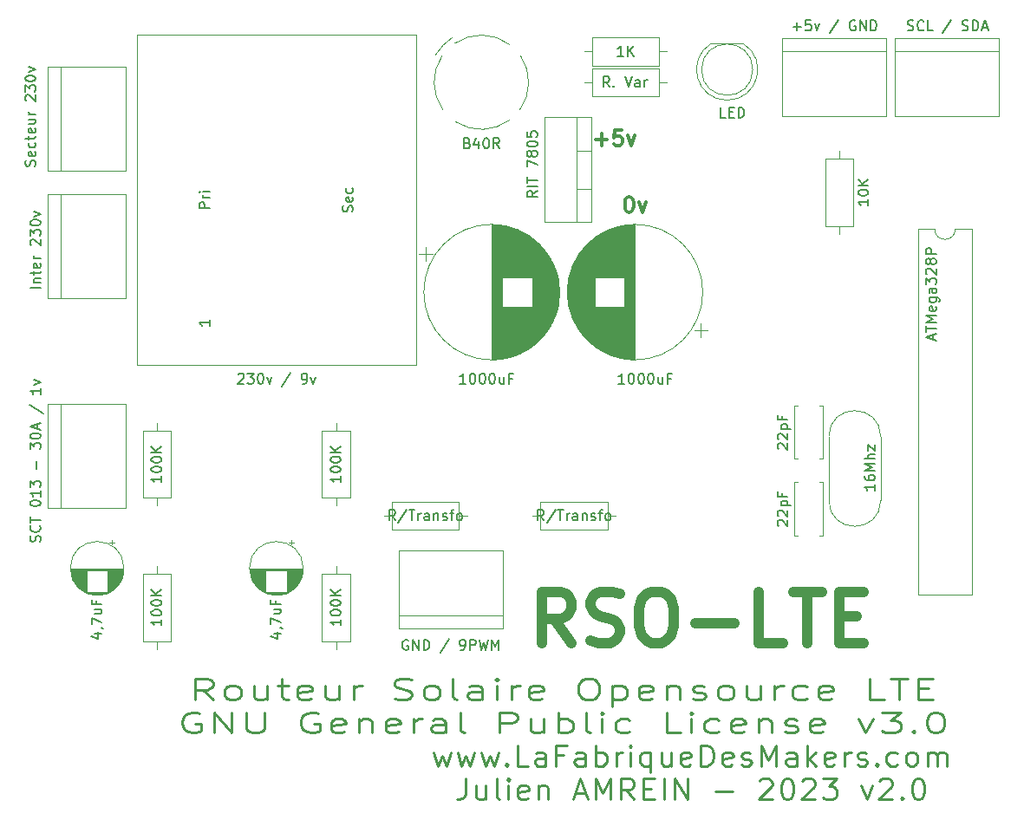
<source format=gto>
G04 #@! TF.GenerationSoftware,KiCad,Pcbnew,5.0.2+dfsg1-1+deb10u1*
G04 #@! TF.CreationDate,2023-11-23T01:19:21+01:00*
G04 #@! TF.ProjectId,Routeur solaire v2,526f7574-6575-4722-9073-6f6c61697265,rev?*
G04 #@! TF.SameCoordinates,Original*
G04 #@! TF.FileFunction,Legend,Top*
G04 #@! TF.FilePolarity,Positive*
%FSLAX46Y46*%
G04 Gerber Fmt 4.6, Leading zero omitted, Abs format (unit mm)*
G04 Created by KiCad (PCBNEW 5.0.2+dfsg1-1+deb10u1) date jeu. 23 nov. 2023 01:19:21 CET*
%MOMM*%
%LPD*%
G01*
G04 APERTURE LIST*
%ADD10C,1.000000*%
%ADD11C,0.250000*%
%ADD12C,0.300000*%
%ADD13C,0.120000*%
%ADD14C,0.150000*%
G04 APERTURE END LIST*
D10*
X87261904Y-115261904D02*
X85595238Y-112880952D01*
X84404761Y-115261904D02*
X84404761Y-110261904D01*
X86309523Y-110261904D01*
X86785714Y-110500000D01*
X87023809Y-110738095D01*
X87261904Y-111214285D01*
X87261904Y-111928571D01*
X87023809Y-112404761D01*
X86785714Y-112642857D01*
X86309523Y-112880952D01*
X84404761Y-112880952D01*
X89166666Y-115023809D02*
X89880952Y-115261904D01*
X91071428Y-115261904D01*
X91547619Y-115023809D01*
X91785714Y-114785714D01*
X92023809Y-114309523D01*
X92023809Y-113833333D01*
X91785714Y-113357142D01*
X91547619Y-113119047D01*
X91071428Y-112880952D01*
X90119047Y-112642857D01*
X89642857Y-112404761D01*
X89404761Y-112166666D01*
X89166666Y-111690476D01*
X89166666Y-111214285D01*
X89404761Y-110738095D01*
X89642857Y-110500000D01*
X90119047Y-110261904D01*
X91309523Y-110261904D01*
X92023809Y-110500000D01*
X95119047Y-110261904D02*
X96071428Y-110261904D01*
X96547619Y-110500000D01*
X97023809Y-110976190D01*
X97261904Y-111928571D01*
X97261904Y-113595238D01*
X97023809Y-114547619D01*
X96547619Y-115023809D01*
X96071428Y-115261904D01*
X95119047Y-115261904D01*
X94642857Y-115023809D01*
X94166666Y-114547619D01*
X93928571Y-113595238D01*
X93928571Y-111928571D01*
X94166666Y-110976190D01*
X94642857Y-110500000D01*
X95119047Y-110261904D01*
X99404761Y-113357142D02*
X103214285Y-113357142D01*
X107976190Y-115261904D02*
X105595238Y-115261904D01*
X105595238Y-110261904D01*
X108928571Y-110261904D02*
X111785714Y-110261904D01*
X110357142Y-115261904D02*
X110357142Y-110261904D01*
X113452380Y-112642857D02*
X115119047Y-112642857D01*
X115833333Y-115261904D02*
X113452380Y-115261904D01*
X113452380Y-110261904D01*
X115833333Y-110261904D01*
D11*
X52285714Y-120779761D02*
X51285714Y-119827380D01*
X50571428Y-120779761D02*
X50571428Y-118779761D01*
X51714285Y-118779761D01*
X51999999Y-118875000D01*
X52142857Y-118970238D01*
X52285714Y-119160714D01*
X52285714Y-119446428D01*
X52142857Y-119636904D01*
X51999999Y-119732142D01*
X51714285Y-119827380D01*
X50571428Y-119827380D01*
X53999999Y-120779761D02*
X53714285Y-120684523D01*
X53571428Y-120589285D01*
X53428571Y-120398809D01*
X53428571Y-119827380D01*
X53571428Y-119636904D01*
X53714285Y-119541666D01*
X53999999Y-119446428D01*
X54428571Y-119446428D01*
X54714285Y-119541666D01*
X54857142Y-119636904D01*
X54999999Y-119827380D01*
X54999999Y-120398809D01*
X54857142Y-120589285D01*
X54714285Y-120684523D01*
X54428571Y-120779761D01*
X53999999Y-120779761D01*
X57571428Y-119446428D02*
X57571428Y-120779761D01*
X56285714Y-119446428D02*
X56285714Y-120494047D01*
X56428571Y-120684523D01*
X56714285Y-120779761D01*
X57142857Y-120779761D01*
X57428571Y-120684523D01*
X57571428Y-120589285D01*
X58571428Y-119446428D02*
X59714285Y-119446428D01*
X58999999Y-118779761D02*
X58999999Y-120494047D01*
X59142857Y-120684523D01*
X59428571Y-120779761D01*
X59714285Y-120779761D01*
X61857142Y-120684523D02*
X61571428Y-120779761D01*
X60999999Y-120779761D01*
X60714285Y-120684523D01*
X60571428Y-120494047D01*
X60571428Y-119732142D01*
X60714285Y-119541666D01*
X60999999Y-119446428D01*
X61571428Y-119446428D01*
X61857142Y-119541666D01*
X61999999Y-119732142D01*
X61999999Y-119922619D01*
X60571428Y-120113095D01*
X64571428Y-119446428D02*
X64571428Y-120779761D01*
X63285714Y-119446428D02*
X63285714Y-120494047D01*
X63428571Y-120684523D01*
X63714285Y-120779761D01*
X64142857Y-120779761D01*
X64428571Y-120684523D01*
X64571428Y-120589285D01*
X65999999Y-120779761D02*
X65999999Y-119446428D01*
X65999999Y-119827380D02*
X66142857Y-119636904D01*
X66285714Y-119541666D01*
X66571428Y-119446428D01*
X66857142Y-119446428D01*
X69999999Y-120684523D02*
X70428571Y-120779761D01*
X71142857Y-120779761D01*
X71428571Y-120684523D01*
X71571428Y-120589285D01*
X71714285Y-120398809D01*
X71714285Y-120208333D01*
X71571428Y-120017857D01*
X71428571Y-119922619D01*
X71142857Y-119827380D01*
X70571428Y-119732142D01*
X70285714Y-119636904D01*
X70142857Y-119541666D01*
X69999999Y-119351190D01*
X69999999Y-119160714D01*
X70142857Y-118970238D01*
X70285714Y-118875000D01*
X70571428Y-118779761D01*
X71285714Y-118779761D01*
X71714285Y-118875000D01*
X73428571Y-120779761D02*
X73142857Y-120684523D01*
X72999999Y-120589285D01*
X72857142Y-120398809D01*
X72857142Y-119827380D01*
X72999999Y-119636904D01*
X73142857Y-119541666D01*
X73428571Y-119446428D01*
X73857142Y-119446428D01*
X74142857Y-119541666D01*
X74285714Y-119636904D01*
X74428571Y-119827380D01*
X74428571Y-120398809D01*
X74285714Y-120589285D01*
X74142857Y-120684523D01*
X73857142Y-120779761D01*
X73428571Y-120779761D01*
X76142857Y-120779761D02*
X75857142Y-120684523D01*
X75714285Y-120494047D01*
X75714285Y-118779761D01*
X78571428Y-120779761D02*
X78571428Y-119732142D01*
X78428571Y-119541666D01*
X78142857Y-119446428D01*
X77571428Y-119446428D01*
X77285714Y-119541666D01*
X78571428Y-120684523D02*
X78285714Y-120779761D01*
X77571428Y-120779761D01*
X77285714Y-120684523D01*
X77142857Y-120494047D01*
X77142857Y-120303571D01*
X77285714Y-120113095D01*
X77571428Y-120017857D01*
X78285714Y-120017857D01*
X78571428Y-119922619D01*
X79999999Y-120779761D02*
X79999999Y-119446428D01*
X79999999Y-118779761D02*
X79857142Y-118875000D01*
X79999999Y-118970238D01*
X80142857Y-118875000D01*
X79999999Y-118779761D01*
X79999999Y-118970238D01*
X81428571Y-120779761D02*
X81428571Y-119446428D01*
X81428571Y-119827380D02*
X81571428Y-119636904D01*
X81714285Y-119541666D01*
X81999999Y-119446428D01*
X82285714Y-119446428D01*
X84428571Y-120684523D02*
X84142857Y-120779761D01*
X83571428Y-120779761D01*
X83285714Y-120684523D01*
X83142857Y-120494047D01*
X83142857Y-119732142D01*
X83285714Y-119541666D01*
X83571428Y-119446428D01*
X84142857Y-119446428D01*
X84428571Y-119541666D01*
X84571428Y-119732142D01*
X84571428Y-119922619D01*
X83142857Y-120113095D01*
X88714285Y-118779761D02*
X89285714Y-118779761D01*
X89571428Y-118875000D01*
X89857142Y-119065476D01*
X89999999Y-119446428D01*
X89999999Y-120113095D01*
X89857142Y-120494047D01*
X89571428Y-120684523D01*
X89285714Y-120779761D01*
X88714285Y-120779761D01*
X88428571Y-120684523D01*
X88142857Y-120494047D01*
X88000000Y-120113095D01*
X88000000Y-119446428D01*
X88142857Y-119065476D01*
X88428571Y-118875000D01*
X88714285Y-118779761D01*
X91285714Y-119446428D02*
X91285714Y-121446428D01*
X91285714Y-119541666D02*
X91571428Y-119446428D01*
X92142857Y-119446428D01*
X92428571Y-119541666D01*
X92571428Y-119636904D01*
X92714285Y-119827380D01*
X92714285Y-120398809D01*
X92571428Y-120589285D01*
X92428571Y-120684523D01*
X92142857Y-120779761D01*
X91571428Y-120779761D01*
X91285714Y-120684523D01*
X95142857Y-120684523D02*
X94857142Y-120779761D01*
X94285714Y-120779761D01*
X94000000Y-120684523D01*
X93857142Y-120494047D01*
X93857142Y-119732142D01*
X94000000Y-119541666D01*
X94285714Y-119446428D01*
X94857142Y-119446428D01*
X95142857Y-119541666D01*
X95285714Y-119732142D01*
X95285714Y-119922619D01*
X93857142Y-120113095D01*
X96571428Y-119446428D02*
X96571428Y-120779761D01*
X96571428Y-119636904D02*
X96714285Y-119541666D01*
X97000000Y-119446428D01*
X97428571Y-119446428D01*
X97714285Y-119541666D01*
X97857142Y-119732142D01*
X97857142Y-120779761D01*
X99142857Y-120684523D02*
X99428571Y-120779761D01*
X100000000Y-120779761D01*
X100285714Y-120684523D01*
X100428571Y-120494047D01*
X100428571Y-120398809D01*
X100285714Y-120208333D01*
X100000000Y-120113095D01*
X99571428Y-120113095D01*
X99285714Y-120017857D01*
X99142857Y-119827380D01*
X99142857Y-119732142D01*
X99285714Y-119541666D01*
X99571428Y-119446428D01*
X100000000Y-119446428D01*
X100285714Y-119541666D01*
X102142857Y-120779761D02*
X101857142Y-120684523D01*
X101714285Y-120589285D01*
X101571428Y-120398809D01*
X101571428Y-119827380D01*
X101714285Y-119636904D01*
X101857142Y-119541666D01*
X102142857Y-119446428D01*
X102571428Y-119446428D01*
X102857142Y-119541666D01*
X103000000Y-119636904D01*
X103142857Y-119827380D01*
X103142857Y-120398809D01*
X103000000Y-120589285D01*
X102857142Y-120684523D01*
X102571428Y-120779761D01*
X102142857Y-120779761D01*
X105714285Y-119446428D02*
X105714285Y-120779761D01*
X104428571Y-119446428D02*
X104428571Y-120494047D01*
X104571428Y-120684523D01*
X104857142Y-120779761D01*
X105285714Y-120779761D01*
X105571428Y-120684523D01*
X105714285Y-120589285D01*
X107142857Y-120779761D02*
X107142857Y-119446428D01*
X107142857Y-119827380D02*
X107285714Y-119636904D01*
X107428571Y-119541666D01*
X107714285Y-119446428D01*
X108000000Y-119446428D01*
X110285714Y-120684523D02*
X110000000Y-120779761D01*
X109428571Y-120779761D01*
X109142857Y-120684523D01*
X109000000Y-120589285D01*
X108857142Y-120398809D01*
X108857142Y-119827380D01*
X109000000Y-119636904D01*
X109142857Y-119541666D01*
X109428571Y-119446428D01*
X110000000Y-119446428D01*
X110285714Y-119541666D01*
X112714285Y-120684523D02*
X112428571Y-120779761D01*
X111857142Y-120779761D01*
X111571428Y-120684523D01*
X111428571Y-120494047D01*
X111428571Y-119732142D01*
X111571428Y-119541666D01*
X111857142Y-119446428D01*
X112428571Y-119446428D01*
X112714285Y-119541666D01*
X112857142Y-119732142D01*
X112857142Y-119922619D01*
X111428571Y-120113095D01*
X117857142Y-120779761D02*
X116428571Y-120779761D01*
X116428571Y-118779761D01*
X118428571Y-118779761D02*
X120142857Y-118779761D01*
X119285714Y-120779761D02*
X119285714Y-118779761D01*
X121142857Y-119732142D02*
X122142857Y-119732142D01*
X122571428Y-120779761D02*
X121142857Y-120779761D01*
X121142857Y-118779761D01*
X122571428Y-118779761D01*
X50999999Y-122125000D02*
X50714285Y-122029761D01*
X50285714Y-122029761D01*
X49857142Y-122125000D01*
X49571428Y-122315476D01*
X49428571Y-122505952D01*
X49285714Y-122886904D01*
X49285714Y-123172619D01*
X49428571Y-123553571D01*
X49571428Y-123744047D01*
X49857142Y-123934523D01*
X50285714Y-124029761D01*
X50571428Y-124029761D01*
X50999999Y-123934523D01*
X51142857Y-123839285D01*
X51142857Y-123172619D01*
X50571428Y-123172619D01*
X52428571Y-124029761D02*
X52428571Y-122029761D01*
X54142857Y-124029761D01*
X54142857Y-122029761D01*
X55571428Y-122029761D02*
X55571428Y-123648809D01*
X55714285Y-123839285D01*
X55857142Y-123934523D01*
X56142857Y-124029761D01*
X56714285Y-124029761D01*
X56999999Y-123934523D01*
X57142857Y-123839285D01*
X57285714Y-123648809D01*
X57285714Y-122029761D01*
X62571428Y-122125000D02*
X62285714Y-122029761D01*
X61857142Y-122029761D01*
X61428571Y-122125000D01*
X61142857Y-122315476D01*
X60999999Y-122505952D01*
X60857142Y-122886904D01*
X60857142Y-123172619D01*
X60999999Y-123553571D01*
X61142857Y-123744047D01*
X61428571Y-123934523D01*
X61857142Y-124029761D01*
X62142857Y-124029761D01*
X62571428Y-123934523D01*
X62714285Y-123839285D01*
X62714285Y-123172619D01*
X62142857Y-123172619D01*
X65142857Y-123934523D02*
X64857142Y-124029761D01*
X64285714Y-124029761D01*
X63999999Y-123934523D01*
X63857142Y-123744047D01*
X63857142Y-122982142D01*
X63999999Y-122791666D01*
X64285714Y-122696428D01*
X64857142Y-122696428D01*
X65142857Y-122791666D01*
X65285714Y-122982142D01*
X65285714Y-123172619D01*
X63857142Y-123363095D01*
X66571428Y-122696428D02*
X66571428Y-124029761D01*
X66571428Y-122886904D02*
X66714285Y-122791666D01*
X66999999Y-122696428D01*
X67428571Y-122696428D01*
X67714285Y-122791666D01*
X67857142Y-122982142D01*
X67857142Y-124029761D01*
X70428571Y-123934523D02*
X70142857Y-124029761D01*
X69571428Y-124029761D01*
X69285714Y-123934523D01*
X69142857Y-123744047D01*
X69142857Y-122982142D01*
X69285714Y-122791666D01*
X69571428Y-122696428D01*
X70142857Y-122696428D01*
X70428571Y-122791666D01*
X70571428Y-122982142D01*
X70571428Y-123172619D01*
X69142857Y-123363095D01*
X71857142Y-124029761D02*
X71857142Y-122696428D01*
X71857142Y-123077380D02*
X72000000Y-122886904D01*
X72142857Y-122791666D01*
X72428571Y-122696428D01*
X72714285Y-122696428D01*
X75000000Y-124029761D02*
X75000000Y-122982142D01*
X74857142Y-122791666D01*
X74571428Y-122696428D01*
X74000000Y-122696428D01*
X73714285Y-122791666D01*
X75000000Y-123934523D02*
X74714285Y-124029761D01*
X74000000Y-124029761D01*
X73714285Y-123934523D01*
X73571428Y-123744047D01*
X73571428Y-123553571D01*
X73714285Y-123363095D01*
X74000000Y-123267857D01*
X74714285Y-123267857D01*
X75000000Y-123172619D01*
X76857142Y-124029761D02*
X76571428Y-123934523D01*
X76428571Y-123744047D01*
X76428571Y-122029761D01*
X80285714Y-124029761D02*
X80285714Y-122029761D01*
X81428571Y-122029761D01*
X81714285Y-122125000D01*
X81857142Y-122220238D01*
X81999999Y-122410714D01*
X81999999Y-122696428D01*
X81857142Y-122886904D01*
X81714285Y-122982142D01*
X81428571Y-123077380D01*
X80285714Y-123077380D01*
X84571428Y-122696428D02*
X84571428Y-124029761D01*
X83285714Y-122696428D02*
X83285714Y-123744047D01*
X83428571Y-123934523D01*
X83714285Y-124029761D01*
X84142857Y-124029761D01*
X84428571Y-123934523D01*
X84571428Y-123839285D01*
X86000000Y-124029761D02*
X86000000Y-122029761D01*
X86000000Y-122791666D02*
X86285714Y-122696428D01*
X86857142Y-122696428D01*
X87142857Y-122791666D01*
X87285714Y-122886904D01*
X87428571Y-123077380D01*
X87428571Y-123648809D01*
X87285714Y-123839285D01*
X87142857Y-123934523D01*
X86857142Y-124029761D01*
X86285714Y-124029761D01*
X86000000Y-123934523D01*
X89142857Y-124029761D02*
X88857142Y-123934523D01*
X88714285Y-123744047D01*
X88714285Y-122029761D01*
X90285714Y-124029761D02*
X90285714Y-122696428D01*
X90285714Y-122029761D02*
X90142857Y-122125000D01*
X90285714Y-122220238D01*
X90428571Y-122125000D01*
X90285714Y-122029761D01*
X90285714Y-122220238D01*
X93000000Y-123934523D02*
X92714285Y-124029761D01*
X92142857Y-124029761D01*
X91857142Y-123934523D01*
X91714285Y-123839285D01*
X91571428Y-123648809D01*
X91571428Y-123077380D01*
X91714285Y-122886904D01*
X91857142Y-122791666D01*
X92142857Y-122696428D01*
X92714285Y-122696428D01*
X93000000Y-122791666D01*
X98000000Y-124029761D02*
X96571428Y-124029761D01*
X96571428Y-122029761D01*
X99000000Y-124029761D02*
X99000000Y-122696428D01*
X99000000Y-122029761D02*
X98857142Y-122125000D01*
X99000000Y-122220238D01*
X99142857Y-122125000D01*
X99000000Y-122029761D01*
X99000000Y-122220238D01*
X101714285Y-123934523D02*
X101428571Y-124029761D01*
X100857142Y-124029761D01*
X100571428Y-123934523D01*
X100428571Y-123839285D01*
X100285714Y-123648809D01*
X100285714Y-123077380D01*
X100428571Y-122886904D01*
X100571428Y-122791666D01*
X100857142Y-122696428D01*
X101428571Y-122696428D01*
X101714285Y-122791666D01*
X104142857Y-123934523D02*
X103857142Y-124029761D01*
X103285714Y-124029761D01*
X103000000Y-123934523D01*
X102857142Y-123744047D01*
X102857142Y-122982142D01*
X103000000Y-122791666D01*
X103285714Y-122696428D01*
X103857142Y-122696428D01*
X104142857Y-122791666D01*
X104285714Y-122982142D01*
X104285714Y-123172619D01*
X102857142Y-123363095D01*
X105571428Y-122696428D02*
X105571428Y-124029761D01*
X105571428Y-122886904D02*
X105714285Y-122791666D01*
X106000000Y-122696428D01*
X106428571Y-122696428D01*
X106714285Y-122791666D01*
X106857142Y-122982142D01*
X106857142Y-124029761D01*
X108142857Y-123934523D02*
X108428571Y-124029761D01*
X109000000Y-124029761D01*
X109285714Y-123934523D01*
X109428571Y-123744047D01*
X109428571Y-123648809D01*
X109285714Y-123458333D01*
X109000000Y-123363095D01*
X108571428Y-123363095D01*
X108285714Y-123267857D01*
X108142857Y-123077380D01*
X108142857Y-122982142D01*
X108285714Y-122791666D01*
X108571428Y-122696428D01*
X109000000Y-122696428D01*
X109285714Y-122791666D01*
X111857142Y-123934523D02*
X111571428Y-124029761D01*
X111000000Y-124029761D01*
X110714285Y-123934523D01*
X110571428Y-123744047D01*
X110571428Y-122982142D01*
X110714285Y-122791666D01*
X111000000Y-122696428D01*
X111571428Y-122696428D01*
X111857142Y-122791666D01*
X112000000Y-122982142D01*
X112000000Y-123172619D01*
X110571428Y-123363095D01*
X115285714Y-122696428D02*
X116000000Y-124029761D01*
X116714285Y-122696428D01*
X117571428Y-122029761D02*
X119428571Y-122029761D01*
X118428571Y-122791666D01*
X118857142Y-122791666D01*
X119142857Y-122886904D01*
X119285714Y-122982142D01*
X119428571Y-123172619D01*
X119428571Y-123648809D01*
X119285714Y-123839285D01*
X119142857Y-123934523D01*
X118857142Y-124029761D01*
X118000000Y-124029761D01*
X117714285Y-123934523D01*
X117571428Y-123839285D01*
X120714285Y-123839285D02*
X120857142Y-123934523D01*
X120714285Y-124029761D01*
X120571428Y-123934523D01*
X120714285Y-123839285D01*
X120714285Y-124029761D01*
X122714285Y-122029761D02*
X123000000Y-122029761D01*
X123285714Y-122125000D01*
X123428571Y-122220238D01*
X123571428Y-122410714D01*
X123714285Y-122791666D01*
X123714285Y-123267857D01*
X123571428Y-123648809D01*
X123428571Y-123839285D01*
X123285714Y-123934523D01*
X123000000Y-124029761D01*
X122714285Y-124029761D01*
X122428571Y-123934523D01*
X122285714Y-123839285D01*
X122142857Y-123648809D01*
X122000000Y-123267857D01*
X122000000Y-122791666D01*
X122142857Y-122410714D01*
X122285714Y-122220238D01*
X122428571Y-122125000D01*
X122714285Y-122029761D01*
D12*
X92857142Y-71678571D02*
X93000000Y-71678571D01*
X93142857Y-71750000D01*
X93214285Y-71821428D01*
X93285714Y-71964285D01*
X93357142Y-72250000D01*
X93357142Y-72607142D01*
X93285714Y-72892857D01*
X93214285Y-73035714D01*
X93142857Y-73107142D01*
X93000000Y-73178571D01*
X92857142Y-73178571D01*
X92714285Y-73107142D01*
X92642857Y-73035714D01*
X92571428Y-72892857D01*
X92500000Y-72607142D01*
X92500000Y-72250000D01*
X92571428Y-71964285D01*
X92642857Y-71821428D01*
X92714285Y-71750000D01*
X92857142Y-71678571D01*
X93857142Y-72178571D02*
X94214285Y-73178571D01*
X94571428Y-72178571D01*
X89642857Y-66107142D02*
X90785714Y-66107142D01*
X90214285Y-66678571D02*
X90214285Y-65535714D01*
X92214285Y-65178571D02*
X91500000Y-65178571D01*
X91428571Y-65892857D01*
X91500000Y-65821428D01*
X91642857Y-65750000D01*
X92000000Y-65750000D01*
X92142857Y-65821428D01*
X92214285Y-65892857D01*
X92285714Y-66035714D01*
X92285714Y-66392857D01*
X92214285Y-66535714D01*
X92142857Y-66607142D01*
X92000000Y-66678571D01*
X91642857Y-66678571D01*
X91500000Y-66607142D01*
X91428571Y-66535714D01*
X92785714Y-65678571D02*
X93142857Y-66678571D01*
X93500000Y-65678571D01*
D11*
X73857142Y-125946428D02*
X74276190Y-127279761D01*
X74695238Y-126327380D01*
X75114285Y-127279761D01*
X75533333Y-125946428D01*
X76161904Y-125946428D02*
X76580952Y-127279761D01*
X76999999Y-126327380D01*
X77419047Y-127279761D01*
X77838095Y-125946428D01*
X78466666Y-125946428D02*
X78885714Y-127279761D01*
X79304761Y-126327380D01*
X79723809Y-127279761D01*
X80142857Y-125946428D01*
X80980952Y-127089285D02*
X81085714Y-127184523D01*
X80980952Y-127279761D01*
X80876190Y-127184523D01*
X80980952Y-127089285D01*
X80980952Y-127279761D01*
X83076190Y-127279761D02*
X82028571Y-127279761D01*
X82028571Y-125279761D01*
X84752380Y-127279761D02*
X84752380Y-126232142D01*
X84647619Y-126041666D01*
X84438095Y-125946428D01*
X84019047Y-125946428D01*
X83809523Y-126041666D01*
X84752380Y-127184523D02*
X84542857Y-127279761D01*
X84019047Y-127279761D01*
X83809523Y-127184523D01*
X83704761Y-126994047D01*
X83704761Y-126803571D01*
X83809523Y-126613095D01*
X84019047Y-126517857D01*
X84542857Y-126517857D01*
X84752380Y-126422619D01*
X86533333Y-126232142D02*
X85799999Y-126232142D01*
X85799999Y-127279761D02*
X85799999Y-125279761D01*
X86847619Y-125279761D01*
X88628571Y-127279761D02*
X88628571Y-126232142D01*
X88523809Y-126041666D01*
X88314285Y-125946428D01*
X87895238Y-125946428D01*
X87685714Y-126041666D01*
X88628571Y-127184523D02*
X88419047Y-127279761D01*
X87895238Y-127279761D01*
X87685714Y-127184523D01*
X87580952Y-126994047D01*
X87580952Y-126803571D01*
X87685714Y-126613095D01*
X87895238Y-126517857D01*
X88419047Y-126517857D01*
X88628571Y-126422619D01*
X89676190Y-127279761D02*
X89676190Y-125279761D01*
X89676190Y-126041666D02*
X89885714Y-125946428D01*
X90304761Y-125946428D01*
X90514285Y-126041666D01*
X90619047Y-126136904D01*
X90723809Y-126327380D01*
X90723809Y-126898809D01*
X90619047Y-127089285D01*
X90514285Y-127184523D01*
X90304761Y-127279761D01*
X89885714Y-127279761D01*
X89676190Y-127184523D01*
X91666666Y-127279761D02*
X91666666Y-125946428D01*
X91666666Y-126327380D02*
X91771428Y-126136904D01*
X91876190Y-126041666D01*
X92085714Y-125946428D01*
X92295238Y-125946428D01*
X93028571Y-127279761D02*
X93028571Y-125946428D01*
X93028571Y-125279761D02*
X92923809Y-125375000D01*
X93028571Y-125470238D01*
X93133333Y-125375000D01*
X93028571Y-125279761D01*
X93028571Y-125470238D01*
X95019047Y-125946428D02*
X95019047Y-127946428D01*
X95019047Y-127184523D02*
X94809523Y-127279761D01*
X94390476Y-127279761D01*
X94180952Y-127184523D01*
X94076190Y-127089285D01*
X93971428Y-126898809D01*
X93971428Y-126327380D01*
X94076190Y-126136904D01*
X94180952Y-126041666D01*
X94390476Y-125946428D01*
X94809523Y-125946428D01*
X95019047Y-126041666D01*
X97009523Y-125946428D02*
X97009523Y-127279761D01*
X96066666Y-125946428D02*
X96066666Y-126994047D01*
X96171428Y-127184523D01*
X96380952Y-127279761D01*
X96695238Y-127279761D01*
X96904761Y-127184523D01*
X97009523Y-127089285D01*
X98895238Y-127184523D02*
X98685714Y-127279761D01*
X98266666Y-127279761D01*
X98057142Y-127184523D01*
X97952380Y-126994047D01*
X97952380Y-126232142D01*
X98057142Y-126041666D01*
X98266666Y-125946428D01*
X98685714Y-125946428D01*
X98895238Y-126041666D01*
X99000000Y-126232142D01*
X99000000Y-126422619D01*
X97952380Y-126613095D01*
X99942857Y-127279761D02*
X99942857Y-125279761D01*
X100466666Y-125279761D01*
X100780952Y-125375000D01*
X100990476Y-125565476D01*
X101095238Y-125755952D01*
X101200000Y-126136904D01*
X101200000Y-126422619D01*
X101095238Y-126803571D01*
X100990476Y-126994047D01*
X100780952Y-127184523D01*
X100466666Y-127279761D01*
X99942857Y-127279761D01*
X102980952Y-127184523D02*
X102771428Y-127279761D01*
X102352380Y-127279761D01*
X102142857Y-127184523D01*
X102038095Y-126994047D01*
X102038095Y-126232142D01*
X102142857Y-126041666D01*
X102352380Y-125946428D01*
X102771428Y-125946428D01*
X102980952Y-126041666D01*
X103085714Y-126232142D01*
X103085714Y-126422619D01*
X102038095Y-126613095D01*
X103923809Y-127184523D02*
X104133333Y-127279761D01*
X104552380Y-127279761D01*
X104761904Y-127184523D01*
X104866666Y-126994047D01*
X104866666Y-126898809D01*
X104761904Y-126708333D01*
X104552380Y-126613095D01*
X104238095Y-126613095D01*
X104028571Y-126517857D01*
X103923809Y-126327380D01*
X103923809Y-126232142D01*
X104028571Y-126041666D01*
X104238095Y-125946428D01*
X104552380Y-125946428D01*
X104761904Y-126041666D01*
X105809523Y-127279761D02*
X105809523Y-125279761D01*
X106542857Y-126708333D01*
X107276190Y-125279761D01*
X107276190Y-127279761D01*
X109266666Y-127279761D02*
X109266666Y-126232142D01*
X109161904Y-126041666D01*
X108952380Y-125946428D01*
X108533333Y-125946428D01*
X108323809Y-126041666D01*
X109266666Y-127184523D02*
X109057142Y-127279761D01*
X108533333Y-127279761D01*
X108323809Y-127184523D01*
X108219047Y-126994047D01*
X108219047Y-126803571D01*
X108323809Y-126613095D01*
X108533333Y-126517857D01*
X109057142Y-126517857D01*
X109266666Y-126422619D01*
X110314285Y-127279761D02*
X110314285Y-125279761D01*
X110523809Y-126517857D02*
X111152380Y-127279761D01*
X111152380Y-125946428D02*
X110314285Y-126708333D01*
X112933333Y-127184523D02*
X112723809Y-127279761D01*
X112304761Y-127279761D01*
X112095238Y-127184523D01*
X111990476Y-126994047D01*
X111990476Y-126232142D01*
X112095238Y-126041666D01*
X112304761Y-125946428D01*
X112723809Y-125946428D01*
X112933333Y-126041666D01*
X113038095Y-126232142D01*
X113038095Y-126422619D01*
X111990476Y-126613095D01*
X113980952Y-127279761D02*
X113980952Y-125946428D01*
X113980952Y-126327380D02*
X114085714Y-126136904D01*
X114190476Y-126041666D01*
X114399999Y-125946428D01*
X114609523Y-125946428D01*
X115238095Y-127184523D02*
X115447619Y-127279761D01*
X115866666Y-127279761D01*
X116076190Y-127184523D01*
X116180952Y-126994047D01*
X116180952Y-126898809D01*
X116076190Y-126708333D01*
X115866666Y-126613095D01*
X115552380Y-126613095D01*
X115342857Y-126517857D01*
X115238095Y-126327380D01*
X115238095Y-126232142D01*
X115342857Y-126041666D01*
X115552380Y-125946428D01*
X115866666Y-125946428D01*
X116076190Y-126041666D01*
X117123809Y-127089285D02*
X117228571Y-127184523D01*
X117123809Y-127279761D01*
X117019047Y-127184523D01*
X117123809Y-127089285D01*
X117123809Y-127279761D01*
X119114285Y-127184523D02*
X118904761Y-127279761D01*
X118485714Y-127279761D01*
X118276190Y-127184523D01*
X118171428Y-127089285D01*
X118066666Y-126898809D01*
X118066666Y-126327380D01*
X118171428Y-126136904D01*
X118276190Y-126041666D01*
X118485714Y-125946428D01*
X118904761Y-125946428D01*
X119114285Y-126041666D01*
X120371428Y-127279761D02*
X120161904Y-127184523D01*
X120057142Y-127089285D01*
X119952380Y-126898809D01*
X119952380Y-126327380D01*
X120057142Y-126136904D01*
X120161904Y-126041666D01*
X120371428Y-125946428D01*
X120685714Y-125946428D01*
X120895238Y-126041666D01*
X120999999Y-126136904D01*
X121104761Y-126327380D01*
X121104761Y-126898809D01*
X120999999Y-127089285D01*
X120895238Y-127184523D01*
X120685714Y-127279761D01*
X120371428Y-127279761D01*
X122047619Y-127279761D02*
X122047619Y-125946428D01*
X122047619Y-126136904D02*
X122152380Y-126041666D01*
X122361904Y-125946428D01*
X122676190Y-125946428D01*
X122885714Y-126041666D01*
X122990476Y-126232142D01*
X122990476Y-127279761D01*
X122990476Y-126232142D02*
X123095238Y-126041666D01*
X123304761Y-125946428D01*
X123619047Y-125946428D01*
X123828571Y-126041666D01*
X123933333Y-126232142D01*
X123933333Y-127279761D01*
X76947619Y-128529761D02*
X76947619Y-129958333D01*
X76842857Y-130244047D01*
X76633333Y-130434523D01*
X76319047Y-130529761D01*
X76109523Y-130529761D01*
X78938095Y-129196428D02*
X78938095Y-130529761D01*
X77995238Y-129196428D02*
X77995238Y-130244047D01*
X78100000Y-130434523D01*
X78309523Y-130529761D01*
X78623809Y-130529761D01*
X78833333Y-130434523D01*
X78938095Y-130339285D01*
X80300000Y-130529761D02*
X80090476Y-130434523D01*
X79985714Y-130244047D01*
X79985714Y-128529761D01*
X81138095Y-130529761D02*
X81138095Y-129196428D01*
X81138095Y-128529761D02*
X81033333Y-128625000D01*
X81138095Y-128720238D01*
X81242857Y-128625000D01*
X81138095Y-128529761D01*
X81138095Y-128720238D01*
X83023809Y-130434523D02*
X82814285Y-130529761D01*
X82395238Y-130529761D01*
X82185714Y-130434523D01*
X82080952Y-130244047D01*
X82080952Y-129482142D01*
X82185714Y-129291666D01*
X82395238Y-129196428D01*
X82814285Y-129196428D01*
X83023809Y-129291666D01*
X83128571Y-129482142D01*
X83128571Y-129672619D01*
X82080952Y-129863095D01*
X84071428Y-129196428D02*
X84071428Y-130529761D01*
X84071428Y-129386904D02*
X84176190Y-129291666D01*
X84385714Y-129196428D01*
X84700000Y-129196428D01*
X84909523Y-129291666D01*
X85014285Y-129482142D01*
X85014285Y-130529761D01*
X87633333Y-129958333D02*
X88680952Y-129958333D01*
X87423809Y-130529761D02*
X88157142Y-128529761D01*
X88890476Y-130529761D01*
X89623809Y-130529761D02*
X89623809Y-128529761D01*
X90357142Y-129958333D01*
X91090476Y-128529761D01*
X91090476Y-130529761D01*
X93395238Y-130529761D02*
X92661904Y-129577380D01*
X92138095Y-130529761D02*
X92138095Y-128529761D01*
X92976190Y-128529761D01*
X93185714Y-128625000D01*
X93290476Y-128720238D01*
X93395238Y-128910714D01*
X93395238Y-129196428D01*
X93290476Y-129386904D01*
X93185714Y-129482142D01*
X92976190Y-129577380D01*
X92138095Y-129577380D01*
X94338095Y-129482142D02*
X95071428Y-129482142D01*
X95385714Y-130529761D02*
X94338095Y-130529761D01*
X94338095Y-128529761D01*
X95385714Y-128529761D01*
X96328571Y-130529761D02*
X96328571Y-128529761D01*
X97376190Y-130529761D02*
X97376190Y-128529761D01*
X98633333Y-130529761D01*
X98633333Y-128529761D01*
X101357142Y-129767857D02*
X103033333Y-129767857D01*
X105652380Y-128720238D02*
X105757142Y-128625000D01*
X105966666Y-128529761D01*
X106490476Y-128529761D01*
X106700000Y-128625000D01*
X106804761Y-128720238D01*
X106909523Y-128910714D01*
X106909523Y-129101190D01*
X106804761Y-129386904D01*
X105547619Y-130529761D01*
X106909523Y-130529761D01*
X108271428Y-128529761D02*
X108480952Y-128529761D01*
X108690476Y-128625000D01*
X108795238Y-128720238D01*
X108899999Y-128910714D01*
X109004761Y-129291666D01*
X109004761Y-129767857D01*
X108899999Y-130148809D01*
X108795238Y-130339285D01*
X108690476Y-130434523D01*
X108480952Y-130529761D01*
X108271428Y-130529761D01*
X108061904Y-130434523D01*
X107957142Y-130339285D01*
X107852380Y-130148809D01*
X107747619Y-129767857D01*
X107747619Y-129291666D01*
X107852380Y-128910714D01*
X107957142Y-128720238D01*
X108061904Y-128625000D01*
X108271428Y-128529761D01*
X109842857Y-128720238D02*
X109947619Y-128625000D01*
X110157142Y-128529761D01*
X110680952Y-128529761D01*
X110890476Y-128625000D01*
X110995238Y-128720238D01*
X111100000Y-128910714D01*
X111100000Y-129101190D01*
X110995238Y-129386904D01*
X109738095Y-130529761D01*
X111100000Y-130529761D01*
X111833333Y-128529761D02*
X113195238Y-128529761D01*
X112461904Y-129291666D01*
X112776190Y-129291666D01*
X112985714Y-129386904D01*
X113090476Y-129482142D01*
X113195238Y-129672619D01*
X113195238Y-130148809D01*
X113090476Y-130339285D01*
X112985714Y-130434523D01*
X112776190Y-130529761D01*
X112147619Y-130529761D01*
X111938095Y-130434523D01*
X111833333Y-130339285D01*
X115604761Y-129196428D02*
X116128571Y-130529761D01*
X116652380Y-129196428D01*
X117385714Y-128720238D02*
X117490476Y-128625000D01*
X117700000Y-128529761D01*
X118223809Y-128529761D01*
X118433333Y-128625000D01*
X118538095Y-128720238D01*
X118642857Y-128910714D01*
X118642857Y-129101190D01*
X118538095Y-129386904D01*
X117280952Y-130529761D01*
X118642857Y-130529761D01*
X119585714Y-130339285D02*
X119690476Y-130434523D01*
X119585714Y-130529761D01*
X119480952Y-130434523D01*
X119585714Y-130339285D01*
X119585714Y-130529761D01*
X121052380Y-128529761D02*
X121261904Y-128529761D01*
X121471428Y-128625000D01*
X121576190Y-128720238D01*
X121680952Y-128910714D01*
X121785714Y-129291666D01*
X121785714Y-129767857D01*
X121680952Y-130148809D01*
X121576190Y-130339285D01*
X121471428Y-130434523D01*
X121261904Y-130529761D01*
X121052380Y-130529761D01*
X120842857Y-130434523D01*
X120738095Y-130339285D01*
X120633333Y-130148809D01*
X120528571Y-129767857D01*
X120528571Y-129291666D01*
X120633333Y-128910714D01*
X120738095Y-128720238D01*
X120842857Y-128625000D01*
X121052380Y-128529761D01*
D13*
G04 #@! TO.C,Inter 230v *
X37460000Y-81620000D02*
X37460000Y-71460000D01*
X36190000Y-81620000D02*
X43810000Y-81620000D01*
X43810000Y-81620000D02*
X43810000Y-71460000D01*
X43810000Y-71460000D02*
X36190000Y-71460000D01*
X36190000Y-71460000D02*
X36190000Y-81620000D01*
G04 #@! TO.C,230v / 9v*
X72120000Y-88120000D02*
X44880000Y-88120000D01*
X72120000Y-88120000D02*
X72120000Y-55880000D01*
X44880000Y-55880000D02*
X44880000Y-88120000D01*
X44880000Y-55880000D02*
X72120000Y-55880000D01*
G04 #@! TO.C,R/Transfo*
X83515573Y-102828952D02*
X84285573Y-102828952D01*
X91595573Y-102828952D02*
X90825573Y-102828952D01*
X84285573Y-104198952D02*
X90825573Y-104198952D01*
X84285573Y-101458952D02*
X84285573Y-104198952D01*
X90825573Y-101458952D02*
X84285573Y-101458952D01*
X90825573Y-104198952D02*
X90825573Y-101458952D01*
X69015573Y-102828952D02*
X69785573Y-102828952D01*
X77095573Y-102828952D02*
X76325573Y-102828952D01*
X69785573Y-104198952D02*
X76325573Y-104198952D01*
X69785573Y-101458952D02*
X69785573Y-104198952D01*
X76325573Y-101458952D02*
X69785573Y-101458952D01*
X76325573Y-104198952D02*
X76325573Y-101458952D01*
G04 #@! TO.C,4\002C7uF*
X60205373Y-105428438D02*
X59705373Y-105428438D01*
X59955373Y-105178438D02*
X59955373Y-105678438D01*
X58764373Y-110584213D02*
X58196373Y-110584213D01*
X58998373Y-110544213D02*
X57962373Y-110544213D01*
X59157373Y-110504213D02*
X57803373Y-110504213D01*
X59285373Y-110464213D02*
X57675373Y-110464213D01*
X59395373Y-110424213D02*
X57565373Y-110424213D01*
X59491373Y-110384213D02*
X57469373Y-110384213D01*
X59578373Y-110344213D02*
X57382373Y-110344213D01*
X59658373Y-110304213D02*
X57302373Y-110304213D01*
X57440373Y-110264213D02*
X57229373Y-110264213D01*
X59731373Y-110264213D02*
X59520373Y-110264213D01*
X57440373Y-110224213D02*
X57161373Y-110224213D01*
X59799373Y-110224213D02*
X59520373Y-110224213D01*
X57440373Y-110184213D02*
X57097373Y-110184213D01*
X59863373Y-110184213D02*
X59520373Y-110184213D01*
X57440373Y-110144213D02*
X57037373Y-110144213D01*
X59923373Y-110144213D02*
X59520373Y-110144213D01*
X57440373Y-110104213D02*
X56980373Y-110104213D01*
X59980373Y-110104213D02*
X59520373Y-110104213D01*
X57440373Y-110064213D02*
X56926373Y-110064213D01*
X60034373Y-110064213D02*
X59520373Y-110064213D01*
X57440373Y-110024213D02*
X56875373Y-110024213D01*
X60085373Y-110024213D02*
X59520373Y-110024213D01*
X57440373Y-109984213D02*
X56827373Y-109984213D01*
X60133373Y-109984213D02*
X59520373Y-109984213D01*
X57440373Y-109944213D02*
X56781373Y-109944213D01*
X60179373Y-109944213D02*
X59520373Y-109944213D01*
X57440373Y-109904213D02*
X56737373Y-109904213D01*
X60223373Y-109904213D02*
X59520373Y-109904213D01*
X57440373Y-109864213D02*
X56695373Y-109864213D01*
X60265373Y-109864213D02*
X59520373Y-109864213D01*
X57440373Y-109824213D02*
X56654373Y-109824213D01*
X60306373Y-109824213D02*
X59520373Y-109824213D01*
X57440373Y-109784213D02*
X56616373Y-109784213D01*
X60344373Y-109784213D02*
X59520373Y-109784213D01*
X57440373Y-109744213D02*
X56579373Y-109744213D01*
X60381373Y-109744213D02*
X59520373Y-109744213D01*
X57440373Y-109704213D02*
X56543373Y-109704213D01*
X60417373Y-109704213D02*
X59520373Y-109704213D01*
X57440373Y-109664213D02*
X56509373Y-109664213D01*
X60451373Y-109664213D02*
X59520373Y-109664213D01*
X57440373Y-109624213D02*
X56476373Y-109624213D01*
X60484373Y-109624213D02*
X59520373Y-109624213D01*
X57440373Y-109584213D02*
X56445373Y-109584213D01*
X60515373Y-109584213D02*
X59520373Y-109584213D01*
X57440373Y-109544213D02*
X56415373Y-109544213D01*
X60545373Y-109544213D02*
X59520373Y-109544213D01*
X57440373Y-109504213D02*
X56385373Y-109504213D01*
X60575373Y-109504213D02*
X59520373Y-109504213D01*
X57440373Y-109464213D02*
X56358373Y-109464213D01*
X60602373Y-109464213D02*
X59520373Y-109464213D01*
X57440373Y-109424213D02*
X56331373Y-109424213D01*
X60629373Y-109424213D02*
X59520373Y-109424213D01*
X57440373Y-109384213D02*
X56305373Y-109384213D01*
X60655373Y-109384213D02*
X59520373Y-109384213D01*
X57440373Y-109344213D02*
X56280373Y-109344213D01*
X60680373Y-109344213D02*
X59520373Y-109344213D01*
X57440373Y-109304213D02*
X56256373Y-109304213D01*
X60704373Y-109304213D02*
X59520373Y-109304213D01*
X57440373Y-109264213D02*
X56233373Y-109264213D01*
X60727373Y-109264213D02*
X59520373Y-109264213D01*
X57440373Y-109224213D02*
X56212373Y-109224213D01*
X60748373Y-109224213D02*
X59520373Y-109224213D01*
X57440373Y-109184213D02*
X56190373Y-109184213D01*
X60770373Y-109184213D02*
X59520373Y-109184213D01*
X57440373Y-109144213D02*
X56170373Y-109144213D01*
X60790373Y-109144213D02*
X59520373Y-109144213D01*
X57440373Y-109104213D02*
X56151373Y-109104213D01*
X60809373Y-109104213D02*
X59520373Y-109104213D01*
X57440373Y-109064213D02*
X56132373Y-109064213D01*
X60828373Y-109064213D02*
X59520373Y-109064213D01*
X57440373Y-109024213D02*
X56115373Y-109024213D01*
X60845373Y-109024213D02*
X59520373Y-109024213D01*
X57440373Y-108984213D02*
X56098373Y-108984213D01*
X60862373Y-108984213D02*
X59520373Y-108984213D01*
X57440373Y-108944213D02*
X56082373Y-108944213D01*
X60878373Y-108944213D02*
X59520373Y-108944213D01*
X57440373Y-108904213D02*
X56066373Y-108904213D01*
X60894373Y-108904213D02*
X59520373Y-108904213D01*
X57440373Y-108864213D02*
X56052373Y-108864213D01*
X60908373Y-108864213D02*
X59520373Y-108864213D01*
X57440373Y-108824213D02*
X56038373Y-108824213D01*
X60922373Y-108824213D02*
X59520373Y-108824213D01*
X57440373Y-108784213D02*
X56025373Y-108784213D01*
X60935373Y-108784213D02*
X59520373Y-108784213D01*
X57440373Y-108744213D02*
X56012373Y-108744213D01*
X60948373Y-108744213D02*
X59520373Y-108744213D01*
X57440373Y-108704213D02*
X56000373Y-108704213D01*
X60960373Y-108704213D02*
X59520373Y-108704213D01*
X57440373Y-108663213D02*
X55989373Y-108663213D01*
X60971373Y-108663213D02*
X59520373Y-108663213D01*
X57440373Y-108623213D02*
X55979373Y-108623213D01*
X60981373Y-108623213D02*
X59520373Y-108623213D01*
X57440373Y-108583213D02*
X55969373Y-108583213D01*
X60991373Y-108583213D02*
X59520373Y-108583213D01*
X57440373Y-108543213D02*
X55960373Y-108543213D01*
X61000373Y-108543213D02*
X59520373Y-108543213D01*
X57440373Y-108503213D02*
X55952373Y-108503213D01*
X61008373Y-108503213D02*
X59520373Y-108503213D01*
X57440373Y-108463213D02*
X55944373Y-108463213D01*
X61016373Y-108463213D02*
X59520373Y-108463213D01*
X57440373Y-108423213D02*
X55937373Y-108423213D01*
X61023373Y-108423213D02*
X59520373Y-108423213D01*
X57440373Y-108383213D02*
X55930373Y-108383213D01*
X61030373Y-108383213D02*
X59520373Y-108383213D01*
X57440373Y-108343213D02*
X55924373Y-108343213D01*
X61036373Y-108343213D02*
X59520373Y-108343213D01*
X57440373Y-108303213D02*
X55919373Y-108303213D01*
X61041373Y-108303213D02*
X59520373Y-108303213D01*
X57440373Y-108263213D02*
X55915373Y-108263213D01*
X61045373Y-108263213D02*
X59520373Y-108263213D01*
X57440373Y-108223213D02*
X55911373Y-108223213D01*
X61049373Y-108223213D02*
X59520373Y-108223213D01*
X61053373Y-108183213D02*
X55907373Y-108183213D01*
X61056373Y-108143213D02*
X55904373Y-108143213D01*
X61058373Y-108103213D02*
X55902373Y-108103213D01*
X61059373Y-108063213D02*
X55901373Y-108063213D01*
X61060373Y-108023213D02*
X55900373Y-108023213D01*
X61060373Y-107983213D02*
X55900373Y-107983213D01*
X61100373Y-107983213D02*
G75*
G03X61100373Y-107983213I-2620000J0D01*
G01*
G04 #@! TO.C,100K*
X65686858Y-108543213D02*
X62946858Y-108543213D01*
X62946858Y-108543213D02*
X62946858Y-115083213D01*
X62946858Y-115083213D02*
X65686858Y-115083213D01*
X65686858Y-115083213D02*
X65686858Y-108543213D01*
X64316858Y-107773213D02*
X64316858Y-108543213D01*
X64316858Y-115853213D02*
X64316858Y-115083213D01*
X65686858Y-94543213D02*
X62946858Y-94543213D01*
X62946858Y-94543213D02*
X62946858Y-101083213D01*
X62946858Y-101083213D02*
X65686858Y-101083213D01*
X65686858Y-101083213D02*
X65686858Y-94543213D01*
X64316858Y-93773213D02*
X64316858Y-94543213D01*
X64316858Y-101853213D02*
X64316858Y-101083213D01*
G04 #@! TO.C,4\002C7uF*
X43600373Y-107983213D02*
G75*
G03X43600373Y-107983213I-2620000J0D01*
G01*
X43560373Y-107983213D02*
X38400373Y-107983213D01*
X43560373Y-108023213D02*
X38400373Y-108023213D01*
X43559373Y-108063213D02*
X38401373Y-108063213D01*
X43558373Y-108103213D02*
X38402373Y-108103213D01*
X43556373Y-108143213D02*
X38404373Y-108143213D01*
X43553373Y-108183213D02*
X38407373Y-108183213D01*
X43549373Y-108223213D02*
X42020373Y-108223213D01*
X39940373Y-108223213D02*
X38411373Y-108223213D01*
X43545373Y-108263213D02*
X42020373Y-108263213D01*
X39940373Y-108263213D02*
X38415373Y-108263213D01*
X43541373Y-108303213D02*
X42020373Y-108303213D01*
X39940373Y-108303213D02*
X38419373Y-108303213D01*
X43536373Y-108343213D02*
X42020373Y-108343213D01*
X39940373Y-108343213D02*
X38424373Y-108343213D01*
X43530373Y-108383213D02*
X42020373Y-108383213D01*
X39940373Y-108383213D02*
X38430373Y-108383213D01*
X43523373Y-108423213D02*
X42020373Y-108423213D01*
X39940373Y-108423213D02*
X38437373Y-108423213D01*
X43516373Y-108463213D02*
X42020373Y-108463213D01*
X39940373Y-108463213D02*
X38444373Y-108463213D01*
X43508373Y-108503213D02*
X42020373Y-108503213D01*
X39940373Y-108503213D02*
X38452373Y-108503213D01*
X43500373Y-108543213D02*
X42020373Y-108543213D01*
X39940373Y-108543213D02*
X38460373Y-108543213D01*
X43491373Y-108583213D02*
X42020373Y-108583213D01*
X39940373Y-108583213D02*
X38469373Y-108583213D01*
X43481373Y-108623213D02*
X42020373Y-108623213D01*
X39940373Y-108623213D02*
X38479373Y-108623213D01*
X43471373Y-108663213D02*
X42020373Y-108663213D01*
X39940373Y-108663213D02*
X38489373Y-108663213D01*
X43460373Y-108704213D02*
X42020373Y-108704213D01*
X39940373Y-108704213D02*
X38500373Y-108704213D01*
X43448373Y-108744213D02*
X42020373Y-108744213D01*
X39940373Y-108744213D02*
X38512373Y-108744213D01*
X43435373Y-108784213D02*
X42020373Y-108784213D01*
X39940373Y-108784213D02*
X38525373Y-108784213D01*
X43422373Y-108824213D02*
X42020373Y-108824213D01*
X39940373Y-108824213D02*
X38538373Y-108824213D01*
X43408373Y-108864213D02*
X42020373Y-108864213D01*
X39940373Y-108864213D02*
X38552373Y-108864213D01*
X43394373Y-108904213D02*
X42020373Y-108904213D01*
X39940373Y-108904213D02*
X38566373Y-108904213D01*
X43378373Y-108944213D02*
X42020373Y-108944213D01*
X39940373Y-108944213D02*
X38582373Y-108944213D01*
X43362373Y-108984213D02*
X42020373Y-108984213D01*
X39940373Y-108984213D02*
X38598373Y-108984213D01*
X43345373Y-109024213D02*
X42020373Y-109024213D01*
X39940373Y-109024213D02*
X38615373Y-109024213D01*
X43328373Y-109064213D02*
X42020373Y-109064213D01*
X39940373Y-109064213D02*
X38632373Y-109064213D01*
X43309373Y-109104213D02*
X42020373Y-109104213D01*
X39940373Y-109104213D02*
X38651373Y-109104213D01*
X43290373Y-109144213D02*
X42020373Y-109144213D01*
X39940373Y-109144213D02*
X38670373Y-109144213D01*
X43270373Y-109184213D02*
X42020373Y-109184213D01*
X39940373Y-109184213D02*
X38690373Y-109184213D01*
X43248373Y-109224213D02*
X42020373Y-109224213D01*
X39940373Y-109224213D02*
X38712373Y-109224213D01*
X43227373Y-109264213D02*
X42020373Y-109264213D01*
X39940373Y-109264213D02*
X38733373Y-109264213D01*
X43204373Y-109304213D02*
X42020373Y-109304213D01*
X39940373Y-109304213D02*
X38756373Y-109304213D01*
X43180373Y-109344213D02*
X42020373Y-109344213D01*
X39940373Y-109344213D02*
X38780373Y-109344213D01*
X43155373Y-109384213D02*
X42020373Y-109384213D01*
X39940373Y-109384213D02*
X38805373Y-109384213D01*
X43129373Y-109424213D02*
X42020373Y-109424213D01*
X39940373Y-109424213D02*
X38831373Y-109424213D01*
X43102373Y-109464213D02*
X42020373Y-109464213D01*
X39940373Y-109464213D02*
X38858373Y-109464213D01*
X43075373Y-109504213D02*
X42020373Y-109504213D01*
X39940373Y-109504213D02*
X38885373Y-109504213D01*
X43045373Y-109544213D02*
X42020373Y-109544213D01*
X39940373Y-109544213D02*
X38915373Y-109544213D01*
X43015373Y-109584213D02*
X42020373Y-109584213D01*
X39940373Y-109584213D02*
X38945373Y-109584213D01*
X42984373Y-109624213D02*
X42020373Y-109624213D01*
X39940373Y-109624213D02*
X38976373Y-109624213D01*
X42951373Y-109664213D02*
X42020373Y-109664213D01*
X39940373Y-109664213D02*
X39009373Y-109664213D01*
X42917373Y-109704213D02*
X42020373Y-109704213D01*
X39940373Y-109704213D02*
X39043373Y-109704213D01*
X42881373Y-109744213D02*
X42020373Y-109744213D01*
X39940373Y-109744213D02*
X39079373Y-109744213D01*
X42844373Y-109784213D02*
X42020373Y-109784213D01*
X39940373Y-109784213D02*
X39116373Y-109784213D01*
X42806373Y-109824213D02*
X42020373Y-109824213D01*
X39940373Y-109824213D02*
X39154373Y-109824213D01*
X42765373Y-109864213D02*
X42020373Y-109864213D01*
X39940373Y-109864213D02*
X39195373Y-109864213D01*
X42723373Y-109904213D02*
X42020373Y-109904213D01*
X39940373Y-109904213D02*
X39237373Y-109904213D01*
X42679373Y-109944213D02*
X42020373Y-109944213D01*
X39940373Y-109944213D02*
X39281373Y-109944213D01*
X42633373Y-109984213D02*
X42020373Y-109984213D01*
X39940373Y-109984213D02*
X39327373Y-109984213D01*
X42585373Y-110024213D02*
X42020373Y-110024213D01*
X39940373Y-110024213D02*
X39375373Y-110024213D01*
X42534373Y-110064213D02*
X42020373Y-110064213D01*
X39940373Y-110064213D02*
X39426373Y-110064213D01*
X42480373Y-110104213D02*
X42020373Y-110104213D01*
X39940373Y-110104213D02*
X39480373Y-110104213D01*
X42423373Y-110144213D02*
X42020373Y-110144213D01*
X39940373Y-110144213D02*
X39537373Y-110144213D01*
X42363373Y-110184213D02*
X42020373Y-110184213D01*
X39940373Y-110184213D02*
X39597373Y-110184213D01*
X42299373Y-110224213D02*
X42020373Y-110224213D01*
X39940373Y-110224213D02*
X39661373Y-110224213D01*
X42231373Y-110264213D02*
X42020373Y-110264213D01*
X39940373Y-110264213D02*
X39729373Y-110264213D01*
X42158373Y-110304213D02*
X39802373Y-110304213D01*
X42078373Y-110344213D02*
X39882373Y-110344213D01*
X41991373Y-110384213D02*
X39969373Y-110384213D01*
X41895373Y-110424213D02*
X40065373Y-110424213D01*
X41785373Y-110464213D02*
X40175373Y-110464213D01*
X41657373Y-110504213D02*
X40303373Y-110504213D01*
X41498373Y-110544213D02*
X40462373Y-110544213D01*
X41264373Y-110584213D02*
X40696373Y-110584213D01*
X42455373Y-105178438D02*
X42455373Y-105678438D01*
X42705373Y-105428438D02*
X42205373Y-105428438D01*
G04 #@! TO.C,SCT 013 - 30A / 1v*
X37440373Y-102082065D02*
X37440373Y-91922065D01*
X36170373Y-102082065D02*
X43790373Y-102082065D01*
X43790373Y-102082065D02*
X43790373Y-91922065D01*
X43790373Y-91922065D02*
X36170373Y-91922065D01*
X36170373Y-91922065D02*
X36170373Y-102082065D01*
G04 #@! TO.C,100K*
X46816858Y-115853213D02*
X46816858Y-115083213D01*
X46816858Y-107773213D02*
X46816858Y-108543213D01*
X48186858Y-115083213D02*
X48186858Y-108543213D01*
X45446858Y-115083213D02*
X48186858Y-115083213D01*
X45446858Y-108543213D02*
X45446858Y-115083213D01*
X48186858Y-108543213D02*
X45446858Y-108543213D01*
X46816858Y-101853213D02*
X46816858Y-101083213D01*
X46816858Y-93773213D02*
X46816858Y-94543213D01*
X48186858Y-101083213D02*
X48186858Y-94543213D01*
X45446858Y-101083213D02*
X48186858Y-101083213D01*
X45446858Y-94543213D02*
X45446858Y-101083213D01*
X48186858Y-94543213D02*
X45446858Y-94543213D01*
G04 #@! TO.C,SCL / SDA*
X118880000Y-57460000D02*
X129040000Y-57460000D01*
X118880000Y-56190000D02*
X118880000Y-63810000D01*
X118880000Y-63810000D02*
X129040000Y-63810000D01*
X129040000Y-63810000D02*
X129040000Y-56190000D01*
X129040000Y-56190000D02*
X118880000Y-56190000D01*
G04 #@! TO.C,22pF*
X111832206Y-92058164D02*
X111832206Y-97298164D01*
X109092206Y-92058164D02*
X109092206Y-97298164D01*
X111832206Y-92058164D02*
X111517206Y-92058164D01*
X109407206Y-92058164D02*
X109092206Y-92058164D01*
X111832206Y-97298164D02*
X111517206Y-97298164D01*
X109407206Y-97298164D02*
X109092206Y-97298164D01*
G04 #@! TO.C,10K*
X113462206Y-75298164D02*
X113462206Y-74528164D01*
X113462206Y-67218164D02*
X113462206Y-67988164D01*
X114832206Y-74528164D02*
X114832206Y-67988164D01*
X112092206Y-74528164D02*
X114832206Y-74528164D01*
X112092206Y-67988164D02*
X112092206Y-74528164D01*
X114832206Y-67988164D02*
X112092206Y-67988164D01*
G04 #@! TO.C,+5v / GND*
X118040000Y-56190000D02*
X107880000Y-56190000D01*
X118040000Y-63810000D02*
X118040000Y-56190000D01*
X107880000Y-63810000D02*
X118040000Y-63810000D01*
X107880000Y-56190000D02*
X107880000Y-63810000D01*
X107880000Y-57460000D02*
X118040000Y-57460000D01*
G04 #@! TO.C,GND / 9PWM*
X80620000Y-112540000D02*
X70460000Y-112540000D01*
X80620000Y-113810000D02*
X80620000Y-106190000D01*
X80620000Y-106190000D02*
X70460000Y-106190000D01*
X70460000Y-106190000D02*
X70460000Y-113810000D01*
X70460000Y-113810000D02*
X80620000Y-113810000D01*
G04 #@! TO.C,1000uF*
X100120000Y-81000000D02*
G75*
G03X100120000Y-81000000I-6620000J0D01*
G01*
X93500000Y-87580000D02*
X93500000Y-74420000D01*
X93460000Y-87580000D02*
X93460000Y-74420000D01*
X93420000Y-87580000D02*
X93420000Y-74420000D01*
X93380000Y-87579000D02*
X93380000Y-74421000D01*
X93340000Y-87579000D02*
X93340000Y-74421000D01*
X93300000Y-87577000D02*
X93300000Y-74423000D01*
X93260000Y-87576000D02*
X93260000Y-74424000D01*
X93220000Y-87575000D02*
X93220000Y-74425000D01*
X93180000Y-87573000D02*
X93180000Y-74427000D01*
X93140000Y-87571000D02*
X93140000Y-74429000D01*
X93100000Y-87568000D02*
X93100000Y-74432000D01*
X93060000Y-87566000D02*
X93060000Y-74434000D01*
X93020000Y-87563000D02*
X93020000Y-74437000D01*
X92980000Y-87560000D02*
X92980000Y-74440000D01*
X92940000Y-87557000D02*
X92940000Y-74443000D01*
X92900000Y-87553000D02*
X92900000Y-74447000D01*
X92860000Y-87549000D02*
X92860000Y-74451000D01*
X92820000Y-87545000D02*
X92820000Y-74455000D01*
X92779000Y-87541000D02*
X92779000Y-74459000D01*
X92739000Y-87537000D02*
X92739000Y-74463000D01*
X92699000Y-87532000D02*
X92699000Y-74468000D01*
X92659000Y-87527000D02*
X92659000Y-74473000D01*
X92619000Y-87522000D02*
X92619000Y-74478000D01*
X92579000Y-87516000D02*
X92579000Y-74484000D01*
X92539000Y-87511000D02*
X92539000Y-74489000D01*
X92499000Y-87505000D02*
X92499000Y-74495000D01*
X92459000Y-87498000D02*
X92459000Y-74502000D01*
X92419000Y-87492000D02*
X92419000Y-82440000D01*
X92419000Y-79560000D02*
X92419000Y-74508000D01*
X92379000Y-87485000D02*
X92379000Y-82440000D01*
X92379000Y-79560000D02*
X92379000Y-74515000D01*
X92339000Y-87478000D02*
X92339000Y-82440000D01*
X92339000Y-79560000D02*
X92339000Y-74522000D01*
X92299000Y-87471000D02*
X92299000Y-82440000D01*
X92299000Y-79560000D02*
X92299000Y-74529000D01*
X92259000Y-87463000D02*
X92259000Y-82440000D01*
X92259000Y-79560000D02*
X92259000Y-74537000D01*
X92219000Y-87456000D02*
X92219000Y-82440000D01*
X92219000Y-79560000D02*
X92219000Y-74544000D01*
X92179000Y-87448000D02*
X92179000Y-82440000D01*
X92179000Y-79560000D02*
X92179000Y-74552000D01*
X92139000Y-87439000D02*
X92139000Y-82440000D01*
X92139000Y-79560000D02*
X92139000Y-74561000D01*
X92099000Y-87431000D02*
X92099000Y-82440000D01*
X92099000Y-79560000D02*
X92099000Y-74569000D01*
X92059000Y-87422000D02*
X92059000Y-82440000D01*
X92059000Y-79560000D02*
X92059000Y-74578000D01*
X92019000Y-87413000D02*
X92019000Y-82440000D01*
X92019000Y-79560000D02*
X92019000Y-74587000D01*
X91979000Y-87404000D02*
X91979000Y-82440000D01*
X91979000Y-79560000D02*
X91979000Y-74596000D01*
X91939000Y-87394000D02*
X91939000Y-82440000D01*
X91939000Y-79560000D02*
X91939000Y-74606000D01*
X91899000Y-87384000D02*
X91899000Y-82440000D01*
X91899000Y-79560000D02*
X91899000Y-74616000D01*
X91859000Y-87374000D02*
X91859000Y-82440000D01*
X91859000Y-79560000D02*
X91859000Y-74626000D01*
X91819000Y-87364000D02*
X91819000Y-82440000D01*
X91819000Y-79560000D02*
X91819000Y-74636000D01*
X91779000Y-87353000D02*
X91779000Y-82440000D01*
X91779000Y-79560000D02*
X91779000Y-74647000D01*
X91739000Y-87342000D02*
X91739000Y-82440000D01*
X91739000Y-79560000D02*
X91739000Y-74658000D01*
X91699000Y-87331000D02*
X91699000Y-82440000D01*
X91699000Y-79560000D02*
X91699000Y-74669000D01*
X91659000Y-87320000D02*
X91659000Y-82440000D01*
X91659000Y-79560000D02*
X91659000Y-74680000D01*
X91619000Y-87308000D02*
X91619000Y-82440000D01*
X91619000Y-79560000D02*
X91619000Y-74692000D01*
X91579000Y-87296000D02*
X91579000Y-82440000D01*
X91579000Y-79560000D02*
X91579000Y-74704000D01*
X91539000Y-87284000D02*
X91539000Y-82440000D01*
X91539000Y-79560000D02*
X91539000Y-74716000D01*
X91499000Y-87271000D02*
X91499000Y-82440000D01*
X91499000Y-79560000D02*
X91499000Y-74729000D01*
X91459000Y-87258000D02*
X91459000Y-82440000D01*
X91459000Y-79560000D02*
X91459000Y-74742000D01*
X91419000Y-87245000D02*
X91419000Y-82440000D01*
X91419000Y-79560000D02*
X91419000Y-74755000D01*
X91379000Y-87232000D02*
X91379000Y-82440000D01*
X91379000Y-79560000D02*
X91379000Y-74768000D01*
X91339000Y-87218000D02*
X91339000Y-82440000D01*
X91339000Y-79560000D02*
X91339000Y-74782000D01*
X91299000Y-87204000D02*
X91299000Y-82440000D01*
X91299000Y-79560000D02*
X91299000Y-74796000D01*
X91259000Y-87190000D02*
X91259000Y-82440000D01*
X91259000Y-79560000D02*
X91259000Y-74810000D01*
X91219000Y-87175000D02*
X91219000Y-82440000D01*
X91219000Y-79560000D02*
X91219000Y-74825000D01*
X91179000Y-87161000D02*
X91179000Y-82440000D01*
X91179000Y-79560000D02*
X91179000Y-74839000D01*
X91139000Y-87146000D02*
X91139000Y-82440000D01*
X91139000Y-79560000D02*
X91139000Y-74854000D01*
X91099000Y-87130000D02*
X91099000Y-82440000D01*
X91099000Y-79560000D02*
X91099000Y-74870000D01*
X91059000Y-87114000D02*
X91059000Y-82440000D01*
X91059000Y-79560000D02*
X91059000Y-74886000D01*
X91019000Y-87098000D02*
X91019000Y-82440000D01*
X91019000Y-79560000D02*
X91019000Y-74902000D01*
X90979000Y-87082000D02*
X90979000Y-82440000D01*
X90979000Y-79560000D02*
X90979000Y-74918000D01*
X90939000Y-87065000D02*
X90939000Y-82440000D01*
X90939000Y-79560000D02*
X90939000Y-74935000D01*
X90899000Y-87049000D02*
X90899000Y-82440000D01*
X90899000Y-79560000D02*
X90899000Y-74951000D01*
X90859000Y-87031000D02*
X90859000Y-82440000D01*
X90859000Y-79560000D02*
X90859000Y-74969000D01*
X90819000Y-87014000D02*
X90819000Y-82440000D01*
X90819000Y-79560000D02*
X90819000Y-74986000D01*
X90779000Y-86996000D02*
X90779000Y-82440000D01*
X90779000Y-79560000D02*
X90779000Y-75004000D01*
X90739000Y-86978000D02*
X90739000Y-82440000D01*
X90739000Y-79560000D02*
X90739000Y-75022000D01*
X90699000Y-86959000D02*
X90699000Y-82440000D01*
X90699000Y-79560000D02*
X90699000Y-75041000D01*
X90659000Y-86940000D02*
X90659000Y-82440000D01*
X90659000Y-79560000D02*
X90659000Y-75060000D01*
X90619000Y-86921000D02*
X90619000Y-82440000D01*
X90619000Y-79560000D02*
X90619000Y-75079000D01*
X90579000Y-86902000D02*
X90579000Y-82440000D01*
X90579000Y-79560000D02*
X90579000Y-75098000D01*
X90539000Y-86882000D02*
X90539000Y-82440000D01*
X90539000Y-79560000D02*
X90539000Y-75118000D01*
X90499000Y-86862000D02*
X90499000Y-82440000D01*
X90499000Y-79560000D02*
X90499000Y-75138000D01*
X90459000Y-86841000D02*
X90459000Y-82440000D01*
X90459000Y-79560000D02*
X90459000Y-75159000D01*
X90419000Y-86820000D02*
X90419000Y-82440000D01*
X90419000Y-79560000D02*
X90419000Y-75180000D01*
X90379000Y-86799000D02*
X90379000Y-82440000D01*
X90379000Y-79560000D02*
X90379000Y-75201000D01*
X90339000Y-86778000D02*
X90339000Y-82440000D01*
X90339000Y-79560000D02*
X90339000Y-75222000D01*
X90299000Y-86756000D02*
X90299000Y-82440000D01*
X90299000Y-79560000D02*
X90299000Y-75244000D01*
X90259000Y-86733000D02*
X90259000Y-82440000D01*
X90259000Y-79560000D02*
X90259000Y-75267000D01*
X90219000Y-86711000D02*
X90219000Y-82440000D01*
X90219000Y-79560000D02*
X90219000Y-75289000D01*
X90179000Y-86688000D02*
X90179000Y-82440000D01*
X90179000Y-79560000D02*
X90179000Y-75312000D01*
X90139000Y-86664000D02*
X90139000Y-82440000D01*
X90139000Y-79560000D02*
X90139000Y-75336000D01*
X90099000Y-86641000D02*
X90099000Y-82440000D01*
X90099000Y-79560000D02*
X90099000Y-75359000D01*
X90059000Y-86617000D02*
X90059000Y-82440000D01*
X90059000Y-79560000D02*
X90059000Y-75383000D01*
X90019000Y-86592000D02*
X90019000Y-82440000D01*
X90019000Y-79560000D02*
X90019000Y-75408000D01*
X89979000Y-86567000D02*
X89979000Y-82440000D01*
X89979000Y-79560000D02*
X89979000Y-75433000D01*
X89939000Y-86542000D02*
X89939000Y-82440000D01*
X89939000Y-79560000D02*
X89939000Y-75458000D01*
X89899000Y-86516000D02*
X89899000Y-82440000D01*
X89899000Y-79560000D02*
X89899000Y-75484000D01*
X89859000Y-86490000D02*
X89859000Y-82440000D01*
X89859000Y-79560000D02*
X89859000Y-75510000D01*
X89819000Y-86463000D02*
X89819000Y-82440000D01*
X89819000Y-79560000D02*
X89819000Y-75537000D01*
X89779000Y-86436000D02*
X89779000Y-82440000D01*
X89779000Y-79560000D02*
X89779000Y-75564000D01*
X89739000Y-86409000D02*
X89739000Y-82440000D01*
X89739000Y-79560000D02*
X89739000Y-75591000D01*
X89699000Y-86381000D02*
X89699000Y-82440000D01*
X89699000Y-79560000D02*
X89699000Y-75619000D01*
X89659000Y-86353000D02*
X89659000Y-82440000D01*
X89659000Y-79560000D02*
X89659000Y-75647000D01*
X89619000Y-86324000D02*
X89619000Y-82440000D01*
X89619000Y-79560000D02*
X89619000Y-75676000D01*
X89579000Y-86295000D02*
X89579000Y-82440000D01*
X89579000Y-79560000D02*
X89579000Y-75705000D01*
X89539000Y-86265000D02*
X89539000Y-75735000D01*
X89499000Y-86235000D02*
X89499000Y-75765000D01*
X89459000Y-86205000D02*
X89459000Y-75795000D01*
X89419000Y-86174000D02*
X89419000Y-75826000D01*
X89379000Y-86142000D02*
X89379000Y-75858000D01*
X89339000Y-86110000D02*
X89339000Y-75890000D01*
X89299000Y-86078000D02*
X89299000Y-75922000D01*
X89259000Y-86044000D02*
X89259000Y-75956000D01*
X89219000Y-86011000D02*
X89219000Y-75989000D01*
X89179000Y-85977000D02*
X89179000Y-76023000D01*
X89139000Y-85942000D02*
X89139000Y-76058000D01*
X89099000Y-85907000D02*
X89099000Y-76093000D01*
X89059000Y-85871000D02*
X89059000Y-76129000D01*
X89019000Y-85834000D02*
X89019000Y-76166000D01*
X88979000Y-85797000D02*
X88979000Y-76203000D01*
X88939000Y-85760000D02*
X88939000Y-76240000D01*
X88899000Y-85721000D02*
X88899000Y-76279000D01*
X88859000Y-85682000D02*
X88859000Y-76318000D01*
X88819000Y-85643000D02*
X88819000Y-76357000D01*
X88779000Y-85602000D02*
X88779000Y-76398000D01*
X88739000Y-85561000D02*
X88739000Y-76439000D01*
X88699000Y-85519000D02*
X88699000Y-76481000D01*
X88659000Y-85477000D02*
X88659000Y-76523000D01*
X88619000Y-85434000D02*
X88619000Y-76566000D01*
X88579000Y-85390000D02*
X88579000Y-76610000D01*
X88539000Y-85345000D02*
X88539000Y-76655000D01*
X88499000Y-85299000D02*
X88499000Y-76701000D01*
X88459000Y-85253000D02*
X88459000Y-76747000D01*
X88419000Y-85205000D02*
X88419000Y-76795000D01*
X88379000Y-85157000D02*
X88379000Y-76843000D01*
X88339000Y-85108000D02*
X88339000Y-76892000D01*
X88299000Y-85057000D02*
X88299000Y-76943000D01*
X88259000Y-85006000D02*
X88259000Y-76994000D01*
X88219000Y-84954000D02*
X88219000Y-77046000D01*
X88179000Y-84900000D02*
X88179000Y-77100000D01*
X88139000Y-84846000D02*
X88139000Y-77154000D01*
X88099000Y-84790000D02*
X88099000Y-77210000D01*
X88059000Y-84733000D02*
X88059000Y-77267000D01*
X88019000Y-84675000D02*
X88019000Y-77325000D01*
X87979000Y-84615000D02*
X87979000Y-77385000D01*
X87939000Y-84554000D02*
X87939000Y-77446000D01*
X87899000Y-84491000D02*
X87899000Y-77509000D01*
X87859000Y-84427000D02*
X87859000Y-77573000D01*
X87819000Y-84361000D02*
X87819000Y-77639000D01*
X87779000Y-84293000D02*
X87779000Y-77707000D01*
X87739000Y-84223000D02*
X87739000Y-77777000D01*
X87699000Y-84152000D02*
X87699000Y-77848000D01*
X87659000Y-84078000D02*
X87659000Y-77922000D01*
X87619000Y-84002000D02*
X87619000Y-77998000D01*
X87579000Y-83923000D02*
X87579000Y-78077000D01*
X87539000Y-83842000D02*
X87539000Y-78158000D01*
X87499000Y-83758000D02*
X87499000Y-78242000D01*
X87459000Y-83670000D02*
X87459000Y-78330000D01*
X87419000Y-83579000D02*
X87419000Y-78421000D01*
X87379000Y-83484000D02*
X87379000Y-78516000D01*
X87339000Y-83385000D02*
X87339000Y-78615000D01*
X87299000Y-83281000D02*
X87299000Y-78719000D01*
X87259000Y-83171000D02*
X87259000Y-78829000D01*
X87219000Y-83055000D02*
X87219000Y-78945000D01*
X87179000Y-82931000D02*
X87179000Y-79069000D01*
X87139000Y-82798000D02*
X87139000Y-79202000D01*
X87099000Y-82653000D02*
X87099000Y-79347000D01*
X87059000Y-82494000D02*
X87059000Y-79506000D01*
X87019000Y-82315000D02*
X87019000Y-79685000D01*
X86979000Y-82107000D02*
X86979000Y-79893000D01*
X86939000Y-81850000D02*
X86939000Y-80150000D01*
X86899000Y-81475000D02*
X86899000Y-80525000D01*
X100584569Y-84715000D02*
X99284569Y-84715000D01*
X99934569Y-85365000D02*
X99934569Y-84065000D01*
G04 #@! TO.C,Secteur 230v *
X36190000Y-58960000D02*
X36190000Y-69120000D01*
X43810000Y-58960000D02*
X36190000Y-58960000D01*
X43810000Y-69120000D02*
X43810000Y-58960000D01*
X36190000Y-69120000D02*
X43810000Y-69120000D01*
X37460000Y-69120000D02*
X37460000Y-58960000D01*
G04 #@! TO.C,B40R*
X81254731Y-56810629D02*
G75*
G03X75900000Y-56700000I-2754731J-3689371D01*
G01*
X82247584Y-63198261D02*
G75*
G03X82350000Y-57950000I-3747584J2698261D01*
G01*
X76008533Y-64378800D02*
G75*
G03X81250000Y-64200000I2491467J3878800D01*
G01*
X74670569Y-57913891D02*
G75*
G03X74750000Y-63200000I3829431J-2586109D01*
G01*
X74045513Y-57816243D02*
G75*
G02X75650000Y-56150000I4454487J-2683757D01*
G01*
G04 #@! TO.C,1000uF*
X73065431Y-76635000D02*
X73065431Y-77935000D01*
X72415431Y-77285000D02*
X73715431Y-77285000D01*
X86101000Y-80525000D02*
X86101000Y-81475000D01*
X86061000Y-80150000D02*
X86061000Y-81850000D01*
X86021000Y-79893000D02*
X86021000Y-82107000D01*
X85981000Y-79685000D02*
X85981000Y-82315000D01*
X85941000Y-79506000D02*
X85941000Y-82494000D01*
X85901000Y-79347000D02*
X85901000Y-82653000D01*
X85861000Y-79202000D02*
X85861000Y-82798000D01*
X85821000Y-79069000D02*
X85821000Y-82931000D01*
X85781000Y-78945000D02*
X85781000Y-83055000D01*
X85741000Y-78829000D02*
X85741000Y-83171000D01*
X85701000Y-78719000D02*
X85701000Y-83281000D01*
X85661000Y-78615000D02*
X85661000Y-83385000D01*
X85621000Y-78516000D02*
X85621000Y-83484000D01*
X85581000Y-78421000D02*
X85581000Y-83579000D01*
X85541000Y-78330000D02*
X85541000Y-83670000D01*
X85501000Y-78242000D02*
X85501000Y-83758000D01*
X85461000Y-78158000D02*
X85461000Y-83842000D01*
X85421000Y-78077000D02*
X85421000Y-83923000D01*
X85381000Y-77998000D02*
X85381000Y-84002000D01*
X85341000Y-77922000D02*
X85341000Y-84078000D01*
X85301000Y-77848000D02*
X85301000Y-84152000D01*
X85261000Y-77777000D02*
X85261000Y-84223000D01*
X85221000Y-77707000D02*
X85221000Y-84293000D01*
X85181000Y-77639000D02*
X85181000Y-84361000D01*
X85141000Y-77573000D02*
X85141000Y-84427000D01*
X85101000Y-77509000D02*
X85101000Y-84491000D01*
X85061000Y-77446000D02*
X85061000Y-84554000D01*
X85021000Y-77385000D02*
X85021000Y-84615000D01*
X84981000Y-77325000D02*
X84981000Y-84675000D01*
X84941000Y-77267000D02*
X84941000Y-84733000D01*
X84901000Y-77210000D02*
X84901000Y-84790000D01*
X84861000Y-77154000D02*
X84861000Y-84846000D01*
X84821000Y-77100000D02*
X84821000Y-84900000D01*
X84781000Y-77046000D02*
X84781000Y-84954000D01*
X84741000Y-76994000D02*
X84741000Y-85006000D01*
X84701000Y-76943000D02*
X84701000Y-85057000D01*
X84661000Y-76892000D02*
X84661000Y-85108000D01*
X84621000Y-76843000D02*
X84621000Y-85157000D01*
X84581000Y-76795000D02*
X84581000Y-85205000D01*
X84541000Y-76747000D02*
X84541000Y-85253000D01*
X84501000Y-76701000D02*
X84501000Y-85299000D01*
X84461000Y-76655000D02*
X84461000Y-85345000D01*
X84421000Y-76610000D02*
X84421000Y-85390000D01*
X84381000Y-76566000D02*
X84381000Y-85434000D01*
X84341000Y-76523000D02*
X84341000Y-85477000D01*
X84301000Y-76481000D02*
X84301000Y-85519000D01*
X84261000Y-76439000D02*
X84261000Y-85561000D01*
X84221000Y-76398000D02*
X84221000Y-85602000D01*
X84181000Y-76357000D02*
X84181000Y-85643000D01*
X84141000Y-76318000D02*
X84141000Y-85682000D01*
X84101000Y-76279000D02*
X84101000Y-85721000D01*
X84061000Y-76240000D02*
X84061000Y-85760000D01*
X84021000Y-76203000D02*
X84021000Y-85797000D01*
X83981000Y-76166000D02*
X83981000Y-85834000D01*
X83941000Y-76129000D02*
X83941000Y-85871000D01*
X83901000Y-76093000D02*
X83901000Y-85907000D01*
X83861000Y-76058000D02*
X83861000Y-85942000D01*
X83821000Y-76023000D02*
X83821000Y-85977000D01*
X83781000Y-75989000D02*
X83781000Y-86011000D01*
X83741000Y-75956000D02*
X83741000Y-86044000D01*
X83701000Y-75922000D02*
X83701000Y-86078000D01*
X83661000Y-75890000D02*
X83661000Y-86110000D01*
X83621000Y-75858000D02*
X83621000Y-86142000D01*
X83581000Y-75826000D02*
X83581000Y-86174000D01*
X83541000Y-75795000D02*
X83541000Y-86205000D01*
X83501000Y-75765000D02*
X83501000Y-86235000D01*
X83461000Y-75735000D02*
X83461000Y-86265000D01*
X83421000Y-82440000D02*
X83421000Y-86295000D01*
X83421000Y-75705000D02*
X83421000Y-79560000D01*
X83381000Y-82440000D02*
X83381000Y-86324000D01*
X83381000Y-75676000D02*
X83381000Y-79560000D01*
X83341000Y-82440000D02*
X83341000Y-86353000D01*
X83341000Y-75647000D02*
X83341000Y-79560000D01*
X83301000Y-82440000D02*
X83301000Y-86381000D01*
X83301000Y-75619000D02*
X83301000Y-79560000D01*
X83261000Y-82440000D02*
X83261000Y-86409000D01*
X83261000Y-75591000D02*
X83261000Y-79560000D01*
X83221000Y-82440000D02*
X83221000Y-86436000D01*
X83221000Y-75564000D02*
X83221000Y-79560000D01*
X83181000Y-82440000D02*
X83181000Y-86463000D01*
X83181000Y-75537000D02*
X83181000Y-79560000D01*
X83141000Y-82440000D02*
X83141000Y-86490000D01*
X83141000Y-75510000D02*
X83141000Y-79560000D01*
X83101000Y-82440000D02*
X83101000Y-86516000D01*
X83101000Y-75484000D02*
X83101000Y-79560000D01*
X83061000Y-82440000D02*
X83061000Y-86542000D01*
X83061000Y-75458000D02*
X83061000Y-79560000D01*
X83021000Y-82440000D02*
X83021000Y-86567000D01*
X83021000Y-75433000D02*
X83021000Y-79560000D01*
X82981000Y-82440000D02*
X82981000Y-86592000D01*
X82981000Y-75408000D02*
X82981000Y-79560000D01*
X82941000Y-82440000D02*
X82941000Y-86617000D01*
X82941000Y-75383000D02*
X82941000Y-79560000D01*
X82901000Y-82440000D02*
X82901000Y-86641000D01*
X82901000Y-75359000D02*
X82901000Y-79560000D01*
X82861000Y-82440000D02*
X82861000Y-86664000D01*
X82861000Y-75336000D02*
X82861000Y-79560000D01*
X82821000Y-82440000D02*
X82821000Y-86688000D01*
X82821000Y-75312000D02*
X82821000Y-79560000D01*
X82781000Y-82440000D02*
X82781000Y-86711000D01*
X82781000Y-75289000D02*
X82781000Y-79560000D01*
X82741000Y-82440000D02*
X82741000Y-86733000D01*
X82741000Y-75267000D02*
X82741000Y-79560000D01*
X82701000Y-82440000D02*
X82701000Y-86756000D01*
X82701000Y-75244000D02*
X82701000Y-79560000D01*
X82661000Y-82440000D02*
X82661000Y-86778000D01*
X82661000Y-75222000D02*
X82661000Y-79560000D01*
X82621000Y-82440000D02*
X82621000Y-86799000D01*
X82621000Y-75201000D02*
X82621000Y-79560000D01*
X82581000Y-82440000D02*
X82581000Y-86820000D01*
X82581000Y-75180000D02*
X82581000Y-79560000D01*
X82541000Y-82440000D02*
X82541000Y-86841000D01*
X82541000Y-75159000D02*
X82541000Y-79560000D01*
X82501000Y-82440000D02*
X82501000Y-86862000D01*
X82501000Y-75138000D02*
X82501000Y-79560000D01*
X82461000Y-82440000D02*
X82461000Y-86882000D01*
X82461000Y-75118000D02*
X82461000Y-79560000D01*
X82421000Y-82440000D02*
X82421000Y-86902000D01*
X82421000Y-75098000D02*
X82421000Y-79560000D01*
X82381000Y-82440000D02*
X82381000Y-86921000D01*
X82381000Y-75079000D02*
X82381000Y-79560000D01*
X82341000Y-82440000D02*
X82341000Y-86940000D01*
X82341000Y-75060000D02*
X82341000Y-79560000D01*
X82301000Y-82440000D02*
X82301000Y-86959000D01*
X82301000Y-75041000D02*
X82301000Y-79560000D01*
X82261000Y-82440000D02*
X82261000Y-86978000D01*
X82261000Y-75022000D02*
X82261000Y-79560000D01*
X82221000Y-82440000D02*
X82221000Y-86996000D01*
X82221000Y-75004000D02*
X82221000Y-79560000D01*
X82181000Y-82440000D02*
X82181000Y-87014000D01*
X82181000Y-74986000D02*
X82181000Y-79560000D01*
X82141000Y-82440000D02*
X82141000Y-87031000D01*
X82141000Y-74969000D02*
X82141000Y-79560000D01*
X82101000Y-82440000D02*
X82101000Y-87049000D01*
X82101000Y-74951000D02*
X82101000Y-79560000D01*
X82061000Y-82440000D02*
X82061000Y-87065000D01*
X82061000Y-74935000D02*
X82061000Y-79560000D01*
X82021000Y-82440000D02*
X82021000Y-87082000D01*
X82021000Y-74918000D02*
X82021000Y-79560000D01*
X81981000Y-82440000D02*
X81981000Y-87098000D01*
X81981000Y-74902000D02*
X81981000Y-79560000D01*
X81941000Y-82440000D02*
X81941000Y-87114000D01*
X81941000Y-74886000D02*
X81941000Y-79560000D01*
X81901000Y-82440000D02*
X81901000Y-87130000D01*
X81901000Y-74870000D02*
X81901000Y-79560000D01*
X81861000Y-82440000D02*
X81861000Y-87146000D01*
X81861000Y-74854000D02*
X81861000Y-79560000D01*
X81821000Y-82440000D02*
X81821000Y-87161000D01*
X81821000Y-74839000D02*
X81821000Y-79560000D01*
X81781000Y-82440000D02*
X81781000Y-87175000D01*
X81781000Y-74825000D02*
X81781000Y-79560000D01*
X81741000Y-82440000D02*
X81741000Y-87190000D01*
X81741000Y-74810000D02*
X81741000Y-79560000D01*
X81701000Y-82440000D02*
X81701000Y-87204000D01*
X81701000Y-74796000D02*
X81701000Y-79560000D01*
X81661000Y-82440000D02*
X81661000Y-87218000D01*
X81661000Y-74782000D02*
X81661000Y-79560000D01*
X81621000Y-82440000D02*
X81621000Y-87232000D01*
X81621000Y-74768000D02*
X81621000Y-79560000D01*
X81581000Y-82440000D02*
X81581000Y-87245000D01*
X81581000Y-74755000D02*
X81581000Y-79560000D01*
X81541000Y-82440000D02*
X81541000Y-87258000D01*
X81541000Y-74742000D02*
X81541000Y-79560000D01*
X81501000Y-82440000D02*
X81501000Y-87271000D01*
X81501000Y-74729000D02*
X81501000Y-79560000D01*
X81461000Y-82440000D02*
X81461000Y-87284000D01*
X81461000Y-74716000D02*
X81461000Y-79560000D01*
X81421000Y-82440000D02*
X81421000Y-87296000D01*
X81421000Y-74704000D02*
X81421000Y-79560000D01*
X81381000Y-82440000D02*
X81381000Y-87308000D01*
X81381000Y-74692000D02*
X81381000Y-79560000D01*
X81341000Y-82440000D02*
X81341000Y-87320000D01*
X81341000Y-74680000D02*
X81341000Y-79560000D01*
X81301000Y-82440000D02*
X81301000Y-87331000D01*
X81301000Y-74669000D02*
X81301000Y-79560000D01*
X81261000Y-82440000D02*
X81261000Y-87342000D01*
X81261000Y-74658000D02*
X81261000Y-79560000D01*
X81221000Y-82440000D02*
X81221000Y-87353000D01*
X81221000Y-74647000D02*
X81221000Y-79560000D01*
X81181000Y-82440000D02*
X81181000Y-87364000D01*
X81181000Y-74636000D02*
X81181000Y-79560000D01*
X81141000Y-82440000D02*
X81141000Y-87374000D01*
X81141000Y-74626000D02*
X81141000Y-79560000D01*
X81101000Y-82440000D02*
X81101000Y-87384000D01*
X81101000Y-74616000D02*
X81101000Y-79560000D01*
X81061000Y-82440000D02*
X81061000Y-87394000D01*
X81061000Y-74606000D02*
X81061000Y-79560000D01*
X81021000Y-82440000D02*
X81021000Y-87404000D01*
X81021000Y-74596000D02*
X81021000Y-79560000D01*
X80981000Y-82440000D02*
X80981000Y-87413000D01*
X80981000Y-74587000D02*
X80981000Y-79560000D01*
X80941000Y-82440000D02*
X80941000Y-87422000D01*
X80941000Y-74578000D02*
X80941000Y-79560000D01*
X80901000Y-82440000D02*
X80901000Y-87431000D01*
X80901000Y-74569000D02*
X80901000Y-79560000D01*
X80861000Y-82440000D02*
X80861000Y-87439000D01*
X80861000Y-74561000D02*
X80861000Y-79560000D01*
X80821000Y-82440000D02*
X80821000Y-87448000D01*
X80821000Y-74552000D02*
X80821000Y-79560000D01*
X80781000Y-82440000D02*
X80781000Y-87456000D01*
X80781000Y-74544000D02*
X80781000Y-79560000D01*
X80741000Y-82440000D02*
X80741000Y-87463000D01*
X80741000Y-74537000D02*
X80741000Y-79560000D01*
X80701000Y-82440000D02*
X80701000Y-87471000D01*
X80701000Y-74529000D02*
X80701000Y-79560000D01*
X80661000Y-82440000D02*
X80661000Y-87478000D01*
X80661000Y-74522000D02*
X80661000Y-79560000D01*
X80621000Y-82440000D02*
X80621000Y-87485000D01*
X80621000Y-74515000D02*
X80621000Y-79560000D01*
X80581000Y-82440000D02*
X80581000Y-87492000D01*
X80581000Y-74508000D02*
X80581000Y-79560000D01*
X80541000Y-74502000D02*
X80541000Y-87498000D01*
X80501000Y-74495000D02*
X80501000Y-87505000D01*
X80461000Y-74489000D02*
X80461000Y-87511000D01*
X80421000Y-74484000D02*
X80421000Y-87516000D01*
X80381000Y-74478000D02*
X80381000Y-87522000D01*
X80341000Y-74473000D02*
X80341000Y-87527000D01*
X80301000Y-74468000D02*
X80301000Y-87532000D01*
X80261000Y-74463000D02*
X80261000Y-87537000D01*
X80221000Y-74459000D02*
X80221000Y-87541000D01*
X80180000Y-74455000D02*
X80180000Y-87545000D01*
X80140000Y-74451000D02*
X80140000Y-87549000D01*
X80100000Y-74447000D02*
X80100000Y-87553000D01*
X80060000Y-74443000D02*
X80060000Y-87557000D01*
X80020000Y-74440000D02*
X80020000Y-87560000D01*
X79980000Y-74437000D02*
X79980000Y-87563000D01*
X79940000Y-74434000D02*
X79940000Y-87566000D01*
X79900000Y-74432000D02*
X79900000Y-87568000D01*
X79860000Y-74429000D02*
X79860000Y-87571000D01*
X79820000Y-74427000D02*
X79820000Y-87573000D01*
X79780000Y-74425000D02*
X79780000Y-87575000D01*
X79740000Y-74424000D02*
X79740000Y-87576000D01*
X79700000Y-74423000D02*
X79700000Y-87577000D01*
X79660000Y-74421000D02*
X79660000Y-87579000D01*
X79620000Y-74421000D02*
X79620000Y-87579000D01*
X79580000Y-74420000D02*
X79580000Y-87580000D01*
X79540000Y-74420000D02*
X79540000Y-87580000D01*
X79500000Y-74420000D02*
X79500000Y-87580000D01*
X86120000Y-81000000D02*
G75*
G03X86120000Y-81000000I-6620000J0D01*
G01*
G04 #@! TO.C,RIT 7805*
X89270000Y-70891000D02*
X87760000Y-70891000D01*
X89270000Y-67190000D02*
X87760000Y-67190000D01*
X87760000Y-63920000D02*
X87760000Y-74160000D01*
X89270000Y-74160000D02*
X84629000Y-74160000D01*
X89270000Y-63920000D02*
X84629000Y-63920000D01*
X84629000Y-63920000D02*
X84629000Y-74160000D01*
X89270000Y-63920000D02*
X89270000Y-74160000D01*
G04 #@! TO.C,1K*
X96620000Y-57500000D02*
X95850000Y-57500000D01*
X88540000Y-57500000D02*
X89310000Y-57500000D01*
X95850000Y-56130000D02*
X89310000Y-56130000D01*
X95850000Y-58870000D02*
X95850000Y-56130000D01*
X89310000Y-58870000D02*
X95850000Y-58870000D01*
X89310000Y-56130000D02*
X89310000Y-58870000D01*
G04 #@! TO.C,R. Var*
X96620000Y-60500000D02*
X95850000Y-60500000D01*
X88540000Y-60500000D02*
X89310000Y-60500000D01*
X95850000Y-59130000D02*
X89310000Y-59130000D01*
X95850000Y-61870000D02*
X95850000Y-59130000D01*
X89310000Y-61870000D02*
X95850000Y-61870000D01*
X89310000Y-59130000D02*
X89310000Y-61870000D01*
G04 #@! TO.C,LED*
X104045000Y-56710000D02*
X100955000Y-56710000D01*
X105000000Y-59270000D02*
G75*
G03X105000000Y-59270000I-2500000J0D01*
G01*
X102500462Y-62260000D02*
G75*
G02X100955170Y-56710000I-462J2990000D01*
G01*
X102499538Y-62260000D02*
G75*
G03X104044830Y-56710000I462J2990000D01*
G01*
G04 #@! TO.C,ATMega328P*
X126422206Y-74848164D02*
X124772206Y-74848164D01*
X126422206Y-110528164D02*
X126422206Y-74848164D01*
X121122206Y-110528164D02*
X126422206Y-110528164D01*
X121122206Y-74848164D02*
X121122206Y-110528164D01*
X122772206Y-74848164D02*
X121122206Y-74848164D01*
X124772206Y-74848164D02*
G75*
G02X122772206Y-74848164I-1000000J0D01*
G01*
G04 #@! TO.C,16Mhz*
X117487206Y-95103164D02*
G75*
G03X112437206Y-95103164I-2525000J0D01*
G01*
X117487206Y-101353164D02*
G75*
G02X112437206Y-101353164I-2525000J0D01*
G01*
X117487206Y-101353164D02*
X117487206Y-95103164D01*
X112437206Y-101353164D02*
X112437206Y-95103164D01*
G04 #@! TO.C,22pF*
X109407206Y-104798164D02*
X109092206Y-104798164D01*
X111832206Y-104798164D02*
X111517206Y-104798164D01*
X109407206Y-99558164D02*
X109092206Y-99558164D01*
X111832206Y-99558164D02*
X111517206Y-99558164D01*
X109092206Y-99558164D02*
X109092206Y-104798164D01*
X111832206Y-99558164D02*
X111832206Y-104798164D01*
G04 #@! TO.C,*
D14*
G04 #@! TO.C,Inter 230v *
X35452380Y-80547619D02*
X34452380Y-80547619D01*
X34785714Y-80071428D02*
X35452380Y-80071428D01*
X34880952Y-80071428D02*
X34833333Y-80023809D01*
X34785714Y-79928571D01*
X34785714Y-79785714D01*
X34833333Y-79690476D01*
X34928571Y-79642857D01*
X35452380Y-79642857D01*
X34785714Y-79309523D02*
X34785714Y-78928571D01*
X34452380Y-79166666D02*
X35309523Y-79166666D01*
X35404761Y-79119047D01*
X35452380Y-79023809D01*
X35452380Y-78928571D01*
X35404761Y-78214285D02*
X35452380Y-78309523D01*
X35452380Y-78500000D01*
X35404761Y-78595238D01*
X35309523Y-78642857D01*
X34928571Y-78642857D01*
X34833333Y-78595238D01*
X34785714Y-78500000D01*
X34785714Y-78309523D01*
X34833333Y-78214285D01*
X34928571Y-78166666D01*
X35023809Y-78166666D01*
X35119047Y-78642857D01*
X35452380Y-77738095D02*
X34785714Y-77738095D01*
X34976190Y-77738095D02*
X34880952Y-77690476D01*
X34833333Y-77642857D01*
X34785714Y-77547619D01*
X34785714Y-77452380D01*
X34547619Y-76404761D02*
X34500000Y-76357142D01*
X34452380Y-76261904D01*
X34452380Y-76023809D01*
X34500000Y-75928571D01*
X34547619Y-75880952D01*
X34642857Y-75833333D01*
X34738095Y-75833333D01*
X34880952Y-75880952D01*
X35452380Y-76452380D01*
X35452380Y-75833333D01*
X34452380Y-75500000D02*
X34452380Y-74880952D01*
X34833333Y-75214285D01*
X34833333Y-75071428D01*
X34880952Y-74976190D01*
X34928571Y-74928571D01*
X35023809Y-74880952D01*
X35261904Y-74880952D01*
X35357142Y-74928571D01*
X35404761Y-74976190D01*
X35452380Y-75071428D01*
X35452380Y-75357142D01*
X35404761Y-75452380D01*
X35357142Y-75500000D01*
X34452380Y-74261904D02*
X34452380Y-74166666D01*
X34500000Y-74071428D01*
X34547619Y-74023809D01*
X34642857Y-73976190D01*
X34833333Y-73928571D01*
X35071428Y-73928571D01*
X35261904Y-73976190D01*
X35357142Y-74023809D01*
X35404761Y-74071428D01*
X35452380Y-74166666D01*
X35452380Y-74261904D01*
X35404761Y-74357142D01*
X35357142Y-74404761D01*
X35261904Y-74452380D01*
X35071428Y-74500000D01*
X34833333Y-74500000D01*
X34642857Y-74452380D01*
X34547619Y-74404761D01*
X34500000Y-74357142D01*
X34452380Y-74261904D01*
X34785714Y-73595238D02*
X35452380Y-73357142D01*
X34785714Y-73119047D01*
G04 #@! TO.C,230v / 9v*
X54738095Y-89047619D02*
X54785714Y-89000000D01*
X54880952Y-88952380D01*
X55119047Y-88952380D01*
X55214285Y-89000000D01*
X55261904Y-89047619D01*
X55309523Y-89142857D01*
X55309523Y-89238095D01*
X55261904Y-89380952D01*
X54690476Y-89952380D01*
X55309523Y-89952380D01*
X55642857Y-88952380D02*
X56261904Y-88952380D01*
X55928571Y-89333333D01*
X56071428Y-89333333D01*
X56166666Y-89380952D01*
X56214285Y-89428571D01*
X56261904Y-89523809D01*
X56261904Y-89761904D01*
X56214285Y-89857142D01*
X56166666Y-89904761D01*
X56071428Y-89952380D01*
X55785714Y-89952380D01*
X55690476Y-89904761D01*
X55642857Y-89857142D01*
X56880952Y-88952380D02*
X56976190Y-88952380D01*
X57071428Y-89000000D01*
X57119047Y-89047619D01*
X57166666Y-89142857D01*
X57214285Y-89333333D01*
X57214285Y-89571428D01*
X57166666Y-89761904D01*
X57119047Y-89857142D01*
X57071428Y-89904761D01*
X56976190Y-89952380D01*
X56880952Y-89952380D01*
X56785714Y-89904761D01*
X56738095Y-89857142D01*
X56690476Y-89761904D01*
X56642857Y-89571428D01*
X56642857Y-89333333D01*
X56690476Y-89142857D01*
X56738095Y-89047619D01*
X56785714Y-89000000D01*
X56880952Y-88952380D01*
X57547619Y-89285714D02*
X57785714Y-89952380D01*
X58023809Y-89285714D01*
X59880952Y-88904761D02*
X59023809Y-90190476D01*
X61023809Y-89952380D02*
X61214285Y-89952380D01*
X61309523Y-89904761D01*
X61357142Y-89857142D01*
X61452380Y-89714285D01*
X61500000Y-89523809D01*
X61500000Y-89142857D01*
X61452380Y-89047619D01*
X61404761Y-89000000D01*
X61309523Y-88952380D01*
X61119047Y-88952380D01*
X61023809Y-89000000D01*
X60976190Y-89047619D01*
X60928571Y-89142857D01*
X60928571Y-89380952D01*
X60976190Y-89476190D01*
X61023809Y-89523809D01*
X61119047Y-89571428D01*
X61309523Y-89571428D01*
X61404761Y-89523809D01*
X61452380Y-89476190D01*
X61500000Y-89380952D01*
X61833333Y-89285714D02*
X62071428Y-89952380D01*
X62309523Y-89285714D01*
X51952380Y-83714285D02*
X51952380Y-84285714D01*
X51952380Y-84000000D02*
X50952380Y-84000000D01*
X51095238Y-84095238D01*
X51190476Y-84190476D01*
X51238095Y-84285714D01*
X51952380Y-72809523D02*
X50952380Y-72809523D01*
X50952380Y-72428571D01*
X51000000Y-72333333D01*
X51047619Y-72285714D01*
X51142857Y-72238095D01*
X51285714Y-72238095D01*
X51380952Y-72285714D01*
X51428571Y-72333333D01*
X51476190Y-72428571D01*
X51476190Y-72809523D01*
X51952380Y-71809523D02*
X51285714Y-71809523D01*
X51476190Y-71809523D02*
X51380952Y-71761904D01*
X51333333Y-71714285D01*
X51285714Y-71619047D01*
X51285714Y-71523809D01*
X51952380Y-71190476D02*
X51285714Y-71190476D01*
X50952380Y-71190476D02*
X51000000Y-71238095D01*
X51047619Y-71190476D01*
X51000000Y-71142857D01*
X50952380Y-71190476D01*
X51047619Y-71190476D01*
X65904761Y-73142857D02*
X65952380Y-73000000D01*
X65952380Y-72761904D01*
X65904761Y-72666666D01*
X65857142Y-72619047D01*
X65761904Y-72571428D01*
X65666666Y-72571428D01*
X65571428Y-72619047D01*
X65523809Y-72666666D01*
X65476190Y-72761904D01*
X65428571Y-72952380D01*
X65380952Y-73047619D01*
X65333333Y-73095238D01*
X65238095Y-73142857D01*
X65142857Y-73142857D01*
X65047619Y-73095238D01*
X65000000Y-73047619D01*
X64952380Y-72952380D01*
X64952380Y-72714285D01*
X65000000Y-72571428D01*
X65904761Y-71761904D02*
X65952380Y-71857142D01*
X65952380Y-72047619D01*
X65904761Y-72142857D01*
X65809523Y-72190476D01*
X65428571Y-72190476D01*
X65333333Y-72142857D01*
X65285714Y-72047619D01*
X65285714Y-71857142D01*
X65333333Y-71761904D01*
X65428571Y-71714285D01*
X65523809Y-71714285D01*
X65619047Y-72190476D01*
X65904761Y-70857142D02*
X65952380Y-70952380D01*
X65952380Y-71142857D01*
X65904761Y-71238095D01*
X65857142Y-71285714D01*
X65761904Y-71333333D01*
X65476190Y-71333333D01*
X65380952Y-71285714D01*
X65333333Y-71238095D01*
X65285714Y-71142857D01*
X65285714Y-70952380D01*
X65333333Y-70857142D01*
G04 #@! TO.C,R/Transfo*
X84603192Y-103281332D02*
X84269858Y-102805142D01*
X84031763Y-103281332D02*
X84031763Y-102281332D01*
X84412715Y-102281332D01*
X84507953Y-102328952D01*
X84555573Y-102376571D01*
X84603192Y-102471809D01*
X84603192Y-102614666D01*
X84555573Y-102709904D01*
X84507953Y-102757523D01*
X84412715Y-102805142D01*
X84031763Y-102805142D01*
X85746049Y-102233713D02*
X84888906Y-103519428D01*
X85936525Y-102281332D02*
X86507953Y-102281332D01*
X86222239Y-103281332D02*
X86222239Y-102281332D01*
X86841287Y-103281332D02*
X86841287Y-102614666D01*
X86841287Y-102805142D02*
X86888906Y-102709904D01*
X86936525Y-102662285D01*
X87031763Y-102614666D01*
X87127001Y-102614666D01*
X87888906Y-103281332D02*
X87888906Y-102757523D01*
X87841287Y-102662285D01*
X87746049Y-102614666D01*
X87555573Y-102614666D01*
X87460334Y-102662285D01*
X87888906Y-103233713D02*
X87793668Y-103281332D01*
X87555573Y-103281332D01*
X87460334Y-103233713D01*
X87412715Y-103138475D01*
X87412715Y-103043237D01*
X87460334Y-102947999D01*
X87555573Y-102900380D01*
X87793668Y-102900380D01*
X87888906Y-102852761D01*
X88365096Y-102614666D02*
X88365096Y-103281332D01*
X88365096Y-102709904D02*
X88412715Y-102662285D01*
X88507953Y-102614666D01*
X88650811Y-102614666D01*
X88746049Y-102662285D01*
X88793668Y-102757523D01*
X88793668Y-103281332D01*
X89222239Y-103233713D02*
X89317477Y-103281332D01*
X89507953Y-103281332D01*
X89603192Y-103233713D01*
X89650811Y-103138475D01*
X89650811Y-103090856D01*
X89603192Y-102995618D01*
X89507953Y-102947999D01*
X89365096Y-102947999D01*
X89269858Y-102900380D01*
X89222239Y-102805142D01*
X89222239Y-102757523D01*
X89269858Y-102662285D01*
X89365096Y-102614666D01*
X89507953Y-102614666D01*
X89603192Y-102662285D01*
X89936525Y-102614666D02*
X90317477Y-102614666D01*
X90079382Y-103281332D02*
X90079382Y-102424190D01*
X90127001Y-102328952D01*
X90222239Y-102281332D01*
X90317477Y-102281332D01*
X90793668Y-103281332D02*
X90698430Y-103233713D01*
X90650811Y-103186094D01*
X90603192Y-103090856D01*
X90603192Y-102805142D01*
X90650811Y-102709904D01*
X90698430Y-102662285D01*
X90793668Y-102614666D01*
X90936525Y-102614666D01*
X91031763Y-102662285D01*
X91079382Y-102709904D01*
X91127001Y-102805142D01*
X91127001Y-103090856D01*
X91079382Y-103186094D01*
X91031763Y-103233713D01*
X90936525Y-103281332D01*
X90793668Y-103281332D01*
X70103192Y-103281332D02*
X69769858Y-102805142D01*
X69531763Y-103281332D02*
X69531763Y-102281332D01*
X69912715Y-102281332D01*
X70007953Y-102328952D01*
X70055573Y-102376571D01*
X70103192Y-102471809D01*
X70103192Y-102614666D01*
X70055573Y-102709904D01*
X70007953Y-102757523D01*
X69912715Y-102805142D01*
X69531763Y-102805142D01*
X71246049Y-102233713D02*
X70388906Y-103519428D01*
X71436525Y-102281332D02*
X72007953Y-102281332D01*
X71722239Y-103281332D02*
X71722239Y-102281332D01*
X72341287Y-103281332D02*
X72341287Y-102614666D01*
X72341287Y-102805142D02*
X72388906Y-102709904D01*
X72436525Y-102662285D01*
X72531763Y-102614666D01*
X72627001Y-102614666D01*
X73388906Y-103281332D02*
X73388906Y-102757523D01*
X73341287Y-102662285D01*
X73246049Y-102614666D01*
X73055573Y-102614666D01*
X72960334Y-102662285D01*
X73388906Y-103233713D02*
X73293668Y-103281332D01*
X73055573Y-103281332D01*
X72960334Y-103233713D01*
X72912715Y-103138475D01*
X72912715Y-103043237D01*
X72960334Y-102947999D01*
X73055573Y-102900380D01*
X73293668Y-102900380D01*
X73388906Y-102852761D01*
X73865096Y-102614666D02*
X73865096Y-103281332D01*
X73865096Y-102709904D02*
X73912715Y-102662285D01*
X74007953Y-102614666D01*
X74150811Y-102614666D01*
X74246049Y-102662285D01*
X74293668Y-102757523D01*
X74293668Y-103281332D01*
X74722239Y-103233713D02*
X74817477Y-103281332D01*
X75007953Y-103281332D01*
X75103192Y-103233713D01*
X75150811Y-103138475D01*
X75150811Y-103090856D01*
X75103192Y-102995618D01*
X75007953Y-102947999D01*
X74865096Y-102947999D01*
X74769858Y-102900380D01*
X74722239Y-102805142D01*
X74722239Y-102757523D01*
X74769858Y-102662285D01*
X74865096Y-102614666D01*
X75007953Y-102614666D01*
X75103192Y-102662285D01*
X75436525Y-102614666D02*
X75817477Y-102614666D01*
X75579382Y-103281332D02*
X75579382Y-102424190D01*
X75627001Y-102328952D01*
X75722239Y-102281332D01*
X75817477Y-102281332D01*
X76293668Y-103281332D02*
X76198430Y-103233713D01*
X76150811Y-103186094D01*
X76103192Y-103090856D01*
X76103192Y-102805142D01*
X76150811Y-102709904D01*
X76198430Y-102662285D01*
X76293668Y-102614666D01*
X76436525Y-102614666D01*
X76531763Y-102662285D01*
X76579382Y-102709904D01*
X76627001Y-102805142D01*
X76627001Y-103090856D01*
X76579382Y-103186094D01*
X76531763Y-103233713D01*
X76436525Y-103281332D01*
X76293668Y-103281332D01*
G04 #@! TO.C,4\002C7uF*
X58266087Y-114366826D02*
X58932753Y-114366826D01*
X57885134Y-114604922D02*
X58599420Y-114843017D01*
X58599420Y-114223969D01*
X58885134Y-113795398D02*
X58932753Y-113795398D01*
X59027992Y-113843017D01*
X59075611Y-113890636D01*
X57932753Y-113462064D02*
X57932753Y-112795398D01*
X58932753Y-113223969D01*
X58266087Y-111985874D02*
X58932753Y-111985874D01*
X58266087Y-112414445D02*
X58789896Y-112414445D01*
X58885134Y-112366826D01*
X58932753Y-112271588D01*
X58932753Y-112128731D01*
X58885134Y-112033493D01*
X58837515Y-111985874D01*
X58408944Y-111176350D02*
X58408944Y-111509684D01*
X58932753Y-111509684D02*
X57932753Y-111509684D01*
X57932753Y-111033493D01*
G04 #@! TO.C,100K*
X64769238Y-112979879D02*
X64769238Y-113551308D01*
X64769238Y-113265593D02*
X63769238Y-113265593D01*
X63912096Y-113360832D01*
X64007334Y-113456070D01*
X64054953Y-113551308D01*
X63769238Y-112360832D02*
X63769238Y-112265593D01*
X63816858Y-112170355D01*
X63864477Y-112122736D01*
X63959715Y-112075117D01*
X64150191Y-112027498D01*
X64388286Y-112027498D01*
X64578762Y-112075117D01*
X64674000Y-112122736D01*
X64721619Y-112170355D01*
X64769238Y-112265593D01*
X64769238Y-112360832D01*
X64721619Y-112456070D01*
X64674000Y-112503689D01*
X64578762Y-112551308D01*
X64388286Y-112598927D01*
X64150191Y-112598927D01*
X63959715Y-112551308D01*
X63864477Y-112503689D01*
X63816858Y-112456070D01*
X63769238Y-112360832D01*
X63769238Y-111408451D02*
X63769238Y-111313213D01*
X63816858Y-111217974D01*
X63864477Y-111170355D01*
X63959715Y-111122736D01*
X64150191Y-111075117D01*
X64388286Y-111075117D01*
X64578762Y-111122736D01*
X64674000Y-111170355D01*
X64721619Y-111217974D01*
X64769238Y-111313213D01*
X64769238Y-111408451D01*
X64721619Y-111503689D01*
X64674000Y-111551308D01*
X64578762Y-111598927D01*
X64388286Y-111646546D01*
X64150191Y-111646546D01*
X63959715Y-111598927D01*
X63864477Y-111551308D01*
X63816858Y-111503689D01*
X63769238Y-111408451D01*
X64769238Y-110646546D02*
X63769238Y-110646546D01*
X64769238Y-110075117D02*
X64197810Y-110503689D01*
X63769238Y-110075117D02*
X64340667Y-110646546D01*
X64769238Y-98979879D02*
X64769238Y-99551308D01*
X64769238Y-99265593D02*
X63769238Y-99265593D01*
X63912096Y-99360832D01*
X64007334Y-99456070D01*
X64054953Y-99551308D01*
X63769238Y-98360832D02*
X63769238Y-98265593D01*
X63816858Y-98170355D01*
X63864477Y-98122736D01*
X63959715Y-98075117D01*
X64150191Y-98027498D01*
X64388286Y-98027498D01*
X64578762Y-98075117D01*
X64674000Y-98122736D01*
X64721619Y-98170355D01*
X64769238Y-98265593D01*
X64769238Y-98360832D01*
X64721619Y-98456070D01*
X64674000Y-98503689D01*
X64578762Y-98551308D01*
X64388286Y-98598927D01*
X64150191Y-98598927D01*
X63959715Y-98551308D01*
X63864477Y-98503689D01*
X63816858Y-98456070D01*
X63769238Y-98360832D01*
X63769238Y-97408451D02*
X63769238Y-97313213D01*
X63816858Y-97217974D01*
X63864477Y-97170355D01*
X63959715Y-97122736D01*
X64150191Y-97075117D01*
X64388286Y-97075117D01*
X64578762Y-97122736D01*
X64674000Y-97170355D01*
X64721619Y-97217974D01*
X64769238Y-97313213D01*
X64769238Y-97408451D01*
X64721619Y-97503689D01*
X64674000Y-97551308D01*
X64578762Y-97598927D01*
X64388286Y-97646546D01*
X64150191Y-97646546D01*
X63959715Y-97598927D01*
X63864477Y-97551308D01*
X63816858Y-97503689D01*
X63769238Y-97408451D01*
X64769238Y-96646546D02*
X63769238Y-96646546D01*
X64769238Y-96075117D02*
X64197810Y-96503689D01*
X63769238Y-96075117D02*
X64340667Y-96646546D01*
G04 #@! TO.C,4\002C7uF*
X40766087Y-114366826D02*
X41432753Y-114366826D01*
X40385134Y-114604922D02*
X41099420Y-114843017D01*
X41099420Y-114223969D01*
X41385134Y-113795398D02*
X41432753Y-113795398D01*
X41527992Y-113843017D01*
X41575611Y-113890636D01*
X40432753Y-113462064D02*
X40432753Y-112795398D01*
X41432753Y-113223969D01*
X40766087Y-111985874D02*
X41432753Y-111985874D01*
X40766087Y-112414445D02*
X41289896Y-112414445D01*
X41385134Y-112366826D01*
X41432753Y-112271588D01*
X41432753Y-112128731D01*
X41385134Y-112033493D01*
X41337515Y-111985874D01*
X40908944Y-111176350D02*
X40908944Y-111509684D01*
X41432753Y-111509684D02*
X40432753Y-111509684D01*
X40432753Y-111033493D01*
G04 #@! TO.C,SCT 013 - 30A / 1v*
X35404761Y-105380952D02*
X35452380Y-105238095D01*
X35452380Y-105000000D01*
X35404761Y-104904761D01*
X35357142Y-104857142D01*
X35261904Y-104809523D01*
X35166666Y-104809523D01*
X35071428Y-104857142D01*
X35023809Y-104904761D01*
X34976190Y-105000000D01*
X34928571Y-105190476D01*
X34880952Y-105285714D01*
X34833333Y-105333333D01*
X34738095Y-105380952D01*
X34642857Y-105380952D01*
X34547619Y-105333333D01*
X34500000Y-105285714D01*
X34452380Y-105190476D01*
X34452380Y-104952380D01*
X34500000Y-104809523D01*
X35357142Y-103809523D02*
X35404761Y-103857142D01*
X35452380Y-104000000D01*
X35452380Y-104095238D01*
X35404761Y-104238095D01*
X35309523Y-104333333D01*
X35214285Y-104380952D01*
X35023809Y-104428571D01*
X34880952Y-104428571D01*
X34690476Y-104380952D01*
X34595238Y-104333333D01*
X34500000Y-104238095D01*
X34452380Y-104095238D01*
X34452380Y-104000000D01*
X34500000Y-103857142D01*
X34547619Y-103809523D01*
X34452380Y-103523809D02*
X34452380Y-102952380D01*
X35452380Y-103238095D02*
X34452380Y-103238095D01*
X34452380Y-101666666D02*
X34452380Y-101571428D01*
X34500000Y-101476190D01*
X34547619Y-101428571D01*
X34642857Y-101380952D01*
X34833333Y-101333333D01*
X35071428Y-101333333D01*
X35261904Y-101380952D01*
X35357142Y-101428571D01*
X35404761Y-101476190D01*
X35452380Y-101571428D01*
X35452380Y-101666666D01*
X35404761Y-101761904D01*
X35357142Y-101809523D01*
X35261904Y-101857142D01*
X35071428Y-101904761D01*
X34833333Y-101904761D01*
X34642857Y-101857142D01*
X34547619Y-101809523D01*
X34500000Y-101761904D01*
X34452380Y-101666666D01*
X35452380Y-100380952D02*
X35452380Y-100952380D01*
X35452380Y-100666666D02*
X34452380Y-100666666D01*
X34595238Y-100761904D01*
X34690476Y-100857142D01*
X34738095Y-100952380D01*
X34452380Y-100047619D02*
X34452380Y-99428571D01*
X34833333Y-99761904D01*
X34833333Y-99619047D01*
X34880952Y-99523809D01*
X34928571Y-99476190D01*
X35023809Y-99428571D01*
X35261904Y-99428571D01*
X35357142Y-99476190D01*
X35404761Y-99523809D01*
X35452380Y-99619047D01*
X35452380Y-99904761D01*
X35404761Y-100000000D01*
X35357142Y-100047619D01*
X35071428Y-98238095D02*
X35071428Y-97476190D01*
X34452380Y-96333333D02*
X34452380Y-95714285D01*
X34833333Y-96047619D01*
X34833333Y-95904761D01*
X34880952Y-95809523D01*
X34928571Y-95761904D01*
X35023809Y-95714285D01*
X35261904Y-95714285D01*
X35357142Y-95761904D01*
X35404761Y-95809523D01*
X35452380Y-95904761D01*
X35452380Y-96190476D01*
X35404761Y-96285714D01*
X35357142Y-96333333D01*
X34452380Y-95095238D02*
X34452380Y-95000000D01*
X34500000Y-94904761D01*
X34547619Y-94857142D01*
X34642857Y-94809523D01*
X34833333Y-94761904D01*
X35071428Y-94761904D01*
X35261904Y-94809523D01*
X35357142Y-94857142D01*
X35404761Y-94904761D01*
X35452380Y-95000000D01*
X35452380Y-95095238D01*
X35404761Y-95190476D01*
X35357142Y-95238095D01*
X35261904Y-95285714D01*
X35071428Y-95333333D01*
X34833333Y-95333333D01*
X34642857Y-95285714D01*
X34547619Y-95238095D01*
X34500000Y-95190476D01*
X34452380Y-95095238D01*
X35166666Y-94380952D02*
X35166666Y-93904761D01*
X35452380Y-94476190D02*
X34452380Y-94142857D01*
X35452380Y-93809523D01*
X34404761Y-92000000D02*
X35690476Y-92857142D01*
X35452380Y-90380952D02*
X35452380Y-90952380D01*
X35452380Y-90666666D02*
X34452380Y-90666666D01*
X34595238Y-90761904D01*
X34690476Y-90857142D01*
X34738095Y-90952380D01*
X34785714Y-90047619D02*
X35452380Y-89809523D01*
X34785714Y-89571428D01*
G04 #@! TO.C,100K*
X47269238Y-112979879D02*
X47269238Y-113551308D01*
X47269238Y-113265593D02*
X46269238Y-113265593D01*
X46412096Y-113360832D01*
X46507334Y-113456070D01*
X46554953Y-113551308D01*
X46269238Y-112360832D02*
X46269238Y-112265593D01*
X46316858Y-112170355D01*
X46364477Y-112122736D01*
X46459715Y-112075117D01*
X46650191Y-112027498D01*
X46888286Y-112027498D01*
X47078762Y-112075117D01*
X47174000Y-112122736D01*
X47221619Y-112170355D01*
X47269238Y-112265593D01*
X47269238Y-112360832D01*
X47221619Y-112456070D01*
X47174000Y-112503689D01*
X47078762Y-112551308D01*
X46888286Y-112598927D01*
X46650191Y-112598927D01*
X46459715Y-112551308D01*
X46364477Y-112503689D01*
X46316858Y-112456070D01*
X46269238Y-112360832D01*
X46269238Y-111408451D02*
X46269238Y-111313213D01*
X46316858Y-111217974D01*
X46364477Y-111170355D01*
X46459715Y-111122736D01*
X46650191Y-111075117D01*
X46888286Y-111075117D01*
X47078762Y-111122736D01*
X47174000Y-111170355D01*
X47221619Y-111217974D01*
X47269238Y-111313213D01*
X47269238Y-111408451D01*
X47221619Y-111503689D01*
X47174000Y-111551308D01*
X47078762Y-111598927D01*
X46888286Y-111646546D01*
X46650191Y-111646546D01*
X46459715Y-111598927D01*
X46364477Y-111551308D01*
X46316858Y-111503689D01*
X46269238Y-111408451D01*
X47269238Y-110646546D02*
X46269238Y-110646546D01*
X47269238Y-110075117D02*
X46697810Y-110503689D01*
X46269238Y-110075117D02*
X46840667Y-110646546D01*
X47269238Y-98979879D02*
X47269238Y-99551308D01*
X47269238Y-99265593D02*
X46269238Y-99265593D01*
X46412096Y-99360832D01*
X46507334Y-99456070D01*
X46554953Y-99551308D01*
X46269238Y-98360832D02*
X46269238Y-98265593D01*
X46316858Y-98170355D01*
X46364477Y-98122736D01*
X46459715Y-98075117D01*
X46650191Y-98027498D01*
X46888286Y-98027498D01*
X47078762Y-98075117D01*
X47174000Y-98122736D01*
X47221619Y-98170355D01*
X47269238Y-98265593D01*
X47269238Y-98360832D01*
X47221619Y-98456070D01*
X47174000Y-98503689D01*
X47078762Y-98551308D01*
X46888286Y-98598927D01*
X46650191Y-98598927D01*
X46459715Y-98551308D01*
X46364477Y-98503689D01*
X46316858Y-98456070D01*
X46269238Y-98360832D01*
X46269238Y-97408451D02*
X46269238Y-97313213D01*
X46316858Y-97217974D01*
X46364477Y-97170355D01*
X46459715Y-97122736D01*
X46650191Y-97075117D01*
X46888286Y-97075117D01*
X47078762Y-97122736D01*
X47174000Y-97170355D01*
X47221619Y-97217974D01*
X47269238Y-97313213D01*
X47269238Y-97408451D01*
X47221619Y-97503689D01*
X47174000Y-97551308D01*
X47078762Y-97598927D01*
X46888286Y-97646546D01*
X46650191Y-97646546D01*
X46459715Y-97598927D01*
X46364477Y-97551308D01*
X46316858Y-97503689D01*
X46269238Y-97408451D01*
X47269238Y-96646546D02*
X46269238Y-96646546D01*
X47269238Y-96075117D02*
X46697810Y-96503689D01*
X46269238Y-96075117D02*
X46840667Y-96646546D01*
G04 #@! TO.C,SCL / SDA*
X120119047Y-55404761D02*
X120261904Y-55452380D01*
X120500000Y-55452380D01*
X120595238Y-55404761D01*
X120642857Y-55357142D01*
X120690476Y-55261904D01*
X120690476Y-55166666D01*
X120642857Y-55071428D01*
X120595238Y-55023809D01*
X120500000Y-54976190D01*
X120309523Y-54928571D01*
X120214285Y-54880952D01*
X120166666Y-54833333D01*
X120119047Y-54738095D01*
X120119047Y-54642857D01*
X120166666Y-54547619D01*
X120214285Y-54500000D01*
X120309523Y-54452380D01*
X120547619Y-54452380D01*
X120690476Y-54500000D01*
X121690476Y-55357142D02*
X121642857Y-55404761D01*
X121500000Y-55452380D01*
X121404761Y-55452380D01*
X121261904Y-55404761D01*
X121166666Y-55309523D01*
X121119047Y-55214285D01*
X121071428Y-55023809D01*
X121071428Y-54880952D01*
X121119047Y-54690476D01*
X121166666Y-54595238D01*
X121261904Y-54500000D01*
X121404761Y-54452380D01*
X121500000Y-54452380D01*
X121642857Y-54500000D01*
X121690476Y-54547619D01*
X122595238Y-55452380D02*
X122119047Y-55452380D01*
X122119047Y-54452380D01*
X124404761Y-54404761D02*
X123547619Y-55690476D01*
X125452380Y-55404761D02*
X125595238Y-55452380D01*
X125833333Y-55452380D01*
X125928571Y-55404761D01*
X125976190Y-55357142D01*
X126023809Y-55261904D01*
X126023809Y-55166666D01*
X125976190Y-55071428D01*
X125928571Y-55023809D01*
X125833333Y-54976190D01*
X125642857Y-54928571D01*
X125547619Y-54880952D01*
X125500000Y-54833333D01*
X125452380Y-54738095D01*
X125452380Y-54642857D01*
X125500000Y-54547619D01*
X125547619Y-54500000D01*
X125642857Y-54452380D01*
X125880952Y-54452380D01*
X126023809Y-54500000D01*
X126452380Y-55452380D02*
X126452380Y-54452380D01*
X126690476Y-54452380D01*
X126833333Y-54500000D01*
X126928571Y-54595238D01*
X126976190Y-54690476D01*
X127023809Y-54880952D01*
X127023809Y-55023809D01*
X126976190Y-55214285D01*
X126928571Y-55309523D01*
X126833333Y-55404761D01*
X126690476Y-55452380D01*
X126452380Y-55452380D01*
X127404761Y-55166666D02*
X127880952Y-55166666D01*
X127309523Y-55452380D02*
X127642857Y-54452380D01*
X127976190Y-55452380D01*
G04 #@! TO.C,22pF*
X107509825Y-96321021D02*
X107462206Y-96273402D01*
X107414586Y-96178164D01*
X107414586Y-95940068D01*
X107462206Y-95844830D01*
X107509825Y-95797211D01*
X107605063Y-95749592D01*
X107700301Y-95749592D01*
X107843158Y-95797211D01*
X108414586Y-96368640D01*
X108414586Y-95749592D01*
X107509825Y-95368640D02*
X107462206Y-95321021D01*
X107414586Y-95225783D01*
X107414586Y-94987687D01*
X107462206Y-94892449D01*
X107509825Y-94844830D01*
X107605063Y-94797211D01*
X107700301Y-94797211D01*
X107843158Y-94844830D01*
X108414586Y-95416259D01*
X108414586Y-94797211D01*
X107747920Y-94368640D02*
X108747920Y-94368640D01*
X107795539Y-94368640D02*
X107747920Y-94273402D01*
X107747920Y-94082925D01*
X107795539Y-93987687D01*
X107843158Y-93940068D01*
X107938396Y-93892449D01*
X108224110Y-93892449D01*
X108319348Y-93940068D01*
X108366967Y-93987687D01*
X108414586Y-94082925D01*
X108414586Y-94273402D01*
X108366967Y-94368640D01*
X107890777Y-93130544D02*
X107890777Y-93463878D01*
X108414586Y-93463878D02*
X107414586Y-93463878D01*
X107414586Y-92987687D01*
G04 #@! TO.C,10K*
X116284586Y-71948640D02*
X116284586Y-72520068D01*
X116284586Y-72234354D02*
X115284586Y-72234354D01*
X115427444Y-72329592D01*
X115522682Y-72424830D01*
X115570301Y-72520068D01*
X115284586Y-71329592D02*
X115284586Y-71234354D01*
X115332206Y-71139116D01*
X115379825Y-71091497D01*
X115475063Y-71043878D01*
X115665539Y-70996259D01*
X115903634Y-70996259D01*
X116094110Y-71043878D01*
X116189348Y-71091497D01*
X116236967Y-71139116D01*
X116284586Y-71234354D01*
X116284586Y-71329592D01*
X116236967Y-71424830D01*
X116189348Y-71472449D01*
X116094110Y-71520068D01*
X115903634Y-71567687D01*
X115665539Y-71567687D01*
X115475063Y-71520068D01*
X115379825Y-71472449D01*
X115332206Y-71424830D01*
X115284586Y-71329592D01*
X116284586Y-70567687D02*
X115284586Y-70567687D01*
X116284586Y-69996259D02*
X115713158Y-70424830D01*
X115284586Y-69996259D02*
X115856015Y-70567687D01*
G04 #@! TO.C,+5v / GND*
X108952380Y-55071428D02*
X109714285Y-55071428D01*
X109333333Y-55452380D02*
X109333333Y-54690476D01*
X110666666Y-54452380D02*
X110190476Y-54452380D01*
X110142857Y-54928571D01*
X110190476Y-54880952D01*
X110285714Y-54833333D01*
X110523809Y-54833333D01*
X110619047Y-54880952D01*
X110666666Y-54928571D01*
X110714285Y-55023809D01*
X110714285Y-55261904D01*
X110666666Y-55357142D01*
X110619047Y-55404761D01*
X110523809Y-55452380D01*
X110285714Y-55452380D01*
X110190476Y-55404761D01*
X110142857Y-55357142D01*
X111047619Y-54785714D02*
X111285714Y-55452380D01*
X111523809Y-54785714D01*
X113380952Y-54404761D02*
X112523809Y-55690476D01*
X115000000Y-54500000D02*
X114904761Y-54452380D01*
X114761904Y-54452380D01*
X114619047Y-54500000D01*
X114523809Y-54595238D01*
X114476190Y-54690476D01*
X114428571Y-54880952D01*
X114428571Y-55023809D01*
X114476190Y-55214285D01*
X114523809Y-55309523D01*
X114619047Y-55404761D01*
X114761904Y-55452380D01*
X114857142Y-55452380D01*
X115000000Y-55404761D01*
X115047619Y-55357142D01*
X115047619Y-55023809D01*
X114857142Y-55023809D01*
X115476190Y-55452380D02*
X115476190Y-54452380D01*
X116047619Y-55452380D01*
X116047619Y-54452380D01*
X116523809Y-55452380D02*
X116523809Y-54452380D01*
X116761904Y-54452380D01*
X116904761Y-54500000D01*
X117000000Y-54595238D01*
X117047619Y-54690476D01*
X117095238Y-54880952D01*
X117095238Y-55023809D01*
X117047619Y-55214285D01*
X117000000Y-55309523D01*
X116904761Y-55404761D01*
X116761904Y-55452380D01*
X116523809Y-55452380D01*
G04 #@! TO.C,GND / 9PWM*
X71333333Y-115000000D02*
X71238095Y-114952380D01*
X71095238Y-114952380D01*
X70952380Y-115000000D01*
X70857142Y-115095238D01*
X70809523Y-115190476D01*
X70761904Y-115380952D01*
X70761904Y-115523809D01*
X70809523Y-115714285D01*
X70857142Y-115809523D01*
X70952380Y-115904761D01*
X71095238Y-115952380D01*
X71190476Y-115952380D01*
X71333333Y-115904761D01*
X71380952Y-115857142D01*
X71380952Y-115523809D01*
X71190476Y-115523809D01*
X71809523Y-115952380D02*
X71809523Y-114952380D01*
X72380952Y-115952380D01*
X72380952Y-114952380D01*
X72857142Y-115952380D02*
X72857142Y-114952380D01*
X73095238Y-114952380D01*
X73238095Y-115000000D01*
X73333333Y-115095238D01*
X73380952Y-115190476D01*
X73428571Y-115380952D01*
X73428571Y-115523809D01*
X73380952Y-115714285D01*
X73333333Y-115809523D01*
X73238095Y-115904761D01*
X73095238Y-115952380D01*
X72857142Y-115952380D01*
X75333333Y-114904761D02*
X74476190Y-116190476D01*
X76476190Y-115952380D02*
X76666666Y-115952380D01*
X76761904Y-115904761D01*
X76809523Y-115857142D01*
X76904761Y-115714285D01*
X76952380Y-115523809D01*
X76952380Y-115142857D01*
X76904761Y-115047619D01*
X76857142Y-115000000D01*
X76761904Y-114952380D01*
X76571428Y-114952380D01*
X76476190Y-115000000D01*
X76428571Y-115047619D01*
X76380952Y-115142857D01*
X76380952Y-115380952D01*
X76428571Y-115476190D01*
X76476190Y-115523809D01*
X76571428Y-115571428D01*
X76761904Y-115571428D01*
X76857142Y-115523809D01*
X76904761Y-115476190D01*
X76952380Y-115380952D01*
X77380952Y-115952380D02*
X77380952Y-114952380D01*
X77761904Y-114952380D01*
X77857142Y-115000000D01*
X77904761Y-115047619D01*
X77952380Y-115142857D01*
X77952380Y-115285714D01*
X77904761Y-115380952D01*
X77857142Y-115428571D01*
X77761904Y-115476190D01*
X77380952Y-115476190D01*
X78285714Y-114952380D02*
X78523809Y-115952380D01*
X78714285Y-115238095D01*
X78904761Y-115952380D01*
X79142857Y-114952380D01*
X79523809Y-115952380D02*
X79523809Y-114952380D01*
X79857142Y-115666666D01*
X80190476Y-114952380D01*
X80190476Y-115952380D01*
G04 #@! TO.C,1000uF*
X92476190Y-89952380D02*
X91904761Y-89952380D01*
X92190476Y-89952380D02*
X92190476Y-88952380D01*
X92095238Y-89095238D01*
X92000000Y-89190476D01*
X91904761Y-89238095D01*
X93095238Y-88952380D02*
X93190476Y-88952380D01*
X93285714Y-89000000D01*
X93333333Y-89047619D01*
X93380952Y-89142857D01*
X93428571Y-89333333D01*
X93428571Y-89571428D01*
X93380952Y-89761904D01*
X93333333Y-89857142D01*
X93285714Y-89904761D01*
X93190476Y-89952380D01*
X93095238Y-89952380D01*
X93000000Y-89904761D01*
X92952380Y-89857142D01*
X92904761Y-89761904D01*
X92857142Y-89571428D01*
X92857142Y-89333333D01*
X92904761Y-89142857D01*
X92952380Y-89047619D01*
X93000000Y-89000000D01*
X93095238Y-88952380D01*
X94047619Y-88952380D02*
X94142857Y-88952380D01*
X94238095Y-89000000D01*
X94285714Y-89047619D01*
X94333333Y-89142857D01*
X94380952Y-89333333D01*
X94380952Y-89571428D01*
X94333333Y-89761904D01*
X94285714Y-89857142D01*
X94238095Y-89904761D01*
X94142857Y-89952380D01*
X94047619Y-89952380D01*
X93952380Y-89904761D01*
X93904761Y-89857142D01*
X93857142Y-89761904D01*
X93809523Y-89571428D01*
X93809523Y-89333333D01*
X93857142Y-89142857D01*
X93904761Y-89047619D01*
X93952380Y-89000000D01*
X94047619Y-88952380D01*
X95000000Y-88952380D02*
X95095238Y-88952380D01*
X95190476Y-89000000D01*
X95238095Y-89047619D01*
X95285714Y-89142857D01*
X95333333Y-89333333D01*
X95333333Y-89571428D01*
X95285714Y-89761904D01*
X95238095Y-89857142D01*
X95190476Y-89904761D01*
X95095238Y-89952380D01*
X95000000Y-89952380D01*
X94904761Y-89904761D01*
X94857142Y-89857142D01*
X94809523Y-89761904D01*
X94761904Y-89571428D01*
X94761904Y-89333333D01*
X94809523Y-89142857D01*
X94857142Y-89047619D01*
X94904761Y-89000000D01*
X95000000Y-88952380D01*
X96190476Y-89285714D02*
X96190476Y-89952380D01*
X95761904Y-89285714D02*
X95761904Y-89809523D01*
X95809523Y-89904761D01*
X95904761Y-89952380D01*
X96047619Y-89952380D01*
X96142857Y-89904761D01*
X96190476Y-89857142D01*
X97000000Y-89428571D02*
X96666666Y-89428571D01*
X96666666Y-89952380D02*
X96666666Y-88952380D01*
X97142857Y-88952380D01*
G04 #@! TO.C,Secteur 230v *
X34904761Y-68690476D02*
X34952380Y-68547619D01*
X34952380Y-68309523D01*
X34904761Y-68214285D01*
X34857142Y-68166666D01*
X34761904Y-68119047D01*
X34666666Y-68119047D01*
X34571428Y-68166666D01*
X34523809Y-68214285D01*
X34476190Y-68309523D01*
X34428571Y-68500000D01*
X34380952Y-68595238D01*
X34333333Y-68642857D01*
X34238095Y-68690476D01*
X34142857Y-68690476D01*
X34047619Y-68642857D01*
X34000000Y-68595238D01*
X33952380Y-68500000D01*
X33952380Y-68261904D01*
X34000000Y-68119047D01*
X34904761Y-67309523D02*
X34952380Y-67404761D01*
X34952380Y-67595238D01*
X34904761Y-67690476D01*
X34809523Y-67738095D01*
X34428571Y-67738095D01*
X34333333Y-67690476D01*
X34285714Y-67595238D01*
X34285714Y-67404761D01*
X34333333Y-67309523D01*
X34428571Y-67261904D01*
X34523809Y-67261904D01*
X34619047Y-67738095D01*
X34904761Y-66404761D02*
X34952380Y-66500000D01*
X34952380Y-66690476D01*
X34904761Y-66785714D01*
X34857142Y-66833333D01*
X34761904Y-66880952D01*
X34476190Y-66880952D01*
X34380952Y-66833333D01*
X34333333Y-66785714D01*
X34285714Y-66690476D01*
X34285714Y-66500000D01*
X34333333Y-66404761D01*
X34285714Y-66119047D02*
X34285714Y-65738095D01*
X33952380Y-65976190D02*
X34809523Y-65976190D01*
X34904761Y-65928571D01*
X34952380Y-65833333D01*
X34952380Y-65738095D01*
X34904761Y-65023809D02*
X34952380Y-65119047D01*
X34952380Y-65309523D01*
X34904761Y-65404761D01*
X34809523Y-65452380D01*
X34428571Y-65452380D01*
X34333333Y-65404761D01*
X34285714Y-65309523D01*
X34285714Y-65119047D01*
X34333333Y-65023809D01*
X34428571Y-64976190D01*
X34523809Y-64976190D01*
X34619047Y-65452380D01*
X34285714Y-64119047D02*
X34952380Y-64119047D01*
X34285714Y-64547619D02*
X34809523Y-64547619D01*
X34904761Y-64500000D01*
X34952380Y-64404761D01*
X34952380Y-64261904D01*
X34904761Y-64166666D01*
X34857142Y-64119047D01*
X34952380Y-63642857D02*
X34285714Y-63642857D01*
X34476190Y-63642857D02*
X34380952Y-63595238D01*
X34333333Y-63547619D01*
X34285714Y-63452380D01*
X34285714Y-63357142D01*
X34047619Y-62309523D02*
X34000000Y-62261904D01*
X33952380Y-62166666D01*
X33952380Y-61928571D01*
X34000000Y-61833333D01*
X34047619Y-61785714D01*
X34142857Y-61738095D01*
X34238095Y-61738095D01*
X34380952Y-61785714D01*
X34952380Y-62357142D01*
X34952380Y-61738095D01*
X33952380Y-61404761D02*
X33952380Y-60785714D01*
X34333333Y-61119047D01*
X34333333Y-60976190D01*
X34380952Y-60880952D01*
X34428571Y-60833333D01*
X34523809Y-60785714D01*
X34761904Y-60785714D01*
X34857142Y-60833333D01*
X34904761Y-60880952D01*
X34952380Y-60976190D01*
X34952380Y-61261904D01*
X34904761Y-61357142D01*
X34857142Y-61404761D01*
X33952380Y-60166666D02*
X33952380Y-60071428D01*
X34000000Y-59976190D01*
X34047619Y-59928571D01*
X34142857Y-59880952D01*
X34333333Y-59833333D01*
X34571428Y-59833333D01*
X34761904Y-59880952D01*
X34857142Y-59928571D01*
X34904761Y-59976190D01*
X34952380Y-60071428D01*
X34952380Y-60166666D01*
X34904761Y-60261904D01*
X34857142Y-60309523D01*
X34761904Y-60357142D01*
X34571428Y-60404761D01*
X34333333Y-60404761D01*
X34142857Y-60357142D01*
X34047619Y-60309523D01*
X34000000Y-60261904D01*
X33952380Y-60166666D01*
X34285714Y-59500000D02*
X34952380Y-59261904D01*
X34285714Y-59023809D01*
G04 #@! TO.C,B40R*
X77119047Y-66428571D02*
X77261904Y-66476190D01*
X77309523Y-66523809D01*
X77357142Y-66619047D01*
X77357142Y-66761904D01*
X77309523Y-66857142D01*
X77261904Y-66904761D01*
X77166666Y-66952380D01*
X76785714Y-66952380D01*
X76785714Y-65952380D01*
X77119047Y-65952380D01*
X77214285Y-66000000D01*
X77261904Y-66047619D01*
X77309523Y-66142857D01*
X77309523Y-66238095D01*
X77261904Y-66333333D01*
X77214285Y-66380952D01*
X77119047Y-66428571D01*
X76785714Y-66428571D01*
X78214285Y-66285714D02*
X78214285Y-66952380D01*
X77976190Y-65904761D02*
X77738095Y-66619047D01*
X78357142Y-66619047D01*
X78928571Y-65952380D02*
X79023809Y-65952380D01*
X79119047Y-66000000D01*
X79166666Y-66047619D01*
X79214285Y-66142857D01*
X79261904Y-66333333D01*
X79261904Y-66571428D01*
X79214285Y-66761904D01*
X79166666Y-66857142D01*
X79119047Y-66904761D01*
X79023809Y-66952380D01*
X78928571Y-66952380D01*
X78833333Y-66904761D01*
X78785714Y-66857142D01*
X78738095Y-66761904D01*
X78690476Y-66571428D01*
X78690476Y-66333333D01*
X78738095Y-66142857D01*
X78785714Y-66047619D01*
X78833333Y-66000000D01*
X78928571Y-65952380D01*
X80261904Y-66952380D02*
X79928571Y-66476190D01*
X79690476Y-66952380D02*
X79690476Y-65952380D01*
X80071428Y-65952380D01*
X80166666Y-66000000D01*
X80214285Y-66047619D01*
X80261904Y-66142857D01*
X80261904Y-66285714D01*
X80214285Y-66380952D01*
X80166666Y-66428571D01*
X80071428Y-66476190D01*
X79690476Y-66476190D01*
G04 #@! TO.C,1000uF*
X76976190Y-89952380D02*
X76404761Y-89952380D01*
X76690476Y-89952380D02*
X76690476Y-88952380D01*
X76595238Y-89095238D01*
X76500000Y-89190476D01*
X76404761Y-89238095D01*
X77595238Y-88952380D02*
X77690476Y-88952380D01*
X77785714Y-89000000D01*
X77833333Y-89047619D01*
X77880952Y-89142857D01*
X77928571Y-89333333D01*
X77928571Y-89571428D01*
X77880952Y-89761904D01*
X77833333Y-89857142D01*
X77785714Y-89904761D01*
X77690476Y-89952380D01*
X77595238Y-89952380D01*
X77500000Y-89904761D01*
X77452380Y-89857142D01*
X77404761Y-89761904D01*
X77357142Y-89571428D01*
X77357142Y-89333333D01*
X77404761Y-89142857D01*
X77452380Y-89047619D01*
X77500000Y-89000000D01*
X77595238Y-88952380D01*
X78547619Y-88952380D02*
X78642857Y-88952380D01*
X78738095Y-89000000D01*
X78785714Y-89047619D01*
X78833333Y-89142857D01*
X78880952Y-89333333D01*
X78880952Y-89571428D01*
X78833333Y-89761904D01*
X78785714Y-89857142D01*
X78738095Y-89904761D01*
X78642857Y-89952380D01*
X78547619Y-89952380D01*
X78452380Y-89904761D01*
X78404761Y-89857142D01*
X78357142Y-89761904D01*
X78309523Y-89571428D01*
X78309523Y-89333333D01*
X78357142Y-89142857D01*
X78404761Y-89047619D01*
X78452380Y-89000000D01*
X78547619Y-88952380D01*
X79500000Y-88952380D02*
X79595238Y-88952380D01*
X79690476Y-89000000D01*
X79738095Y-89047619D01*
X79785714Y-89142857D01*
X79833333Y-89333333D01*
X79833333Y-89571428D01*
X79785714Y-89761904D01*
X79738095Y-89857142D01*
X79690476Y-89904761D01*
X79595238Y-89952380D01*
X79500000Y-89952380D01*
X79404761Y-89904761D01*
X79357142Y-89857142D01*
X79309523Y-89761904D01*
X79261904Y-89571428D01*
X79261904Y-89333333D01*
X79309523Y-89142857D01*
X79357142Y-89047619D01*
X79404761Y-89000000D01*
X79500000Y-88952380D01*
X80690476Y-89285714D02*
X80690476Y-89952380D01*
X80261904Y-89285714D02*
X80261904Y-89809523D01*
X80309523Y-89904761D01*
X80404761Y-89952380D01*
X80547619Y-89952380D01*
X80642857Y-89904761D01*
X80690476Y-89857142D01*
X81500000Y-89428571D02*
X81166666Y-89428571D01*
X81166666Y-89952380D02*
X81166666Y-88952380D01*
X81642857Y-88952380D01*
G04 #@! TO.C,RIT 7805*
X83952380Y-71095238D02*
X83476190Y-71428571D01*
X83952380Y-71666666D02*
X82952380Y-71666666D01*
X82952380Y-71285714D01*
X83000000Y-71190476D01*
X83047619Y-71142857D01*
X83142857Y-71095238D01*
X83285714Y-71095238D01*
X83380952Y-71142857D01*
X83428571Y-71190476D01*
X83476190Y-71285714D01*
X83476190Y-71666666D01*
X83952380Y-70666666D02*
X82952380Y-70666666D01*
X82952380Y-70333333D02*
X82952380Y-69761904D01*
X83952380Y-70047619D02*
X82952380Y-70047619D01*
X82952380Y-68761904D02*
X82952380Y-68095238D01*
X83952380Y-68523809D01*
X83380952Y-67571428D02*
X83333333Y-67666666D01*
X83285714Y-67714285D01*
X83190476Y-67761904D01*
X83142857Y-67761904D01*
X83047619Y-67714285D01*
X83000000Y-67666666D01*
X82952380Y-67571428D01*
X82952380Y-67380952D01*
X83000000Y-67285714D01*
X83047619Y-67238095D01*
X83142857Y-67190476D01*
X83190476Y-67190476D01*
X83285714Y-67238095D01*
X83333333Y-67285714D01*
X83380952Y-67380952D01*
X83380952Y-67571428D01*
X83428571Y-67666666D01*
X83476190Y-67714285D01*
X83571428Y-67761904D01*
X83761904Y-67761904D01*
X83857142Y-67714285D01*
X83904761Y-67666666D01*
X83952380Y-67571428D01*
X83952380Y-67380952D01*
X83904761Y-67285714D01*
X83857142Y-67238095D01*
X83761904Y-67190476D01*
X83571428Y-67190476D01*
X83476190Y-67238095D01*
X83428571Y-67285714D01*
X83380952Y-67380952D01*
X82952380Y-66571428D02*
X82952380Y-66476190D01*
X83000000Y-66380952D01*
X83047619Y-66333333D01*
X83142857Y-66285714D01*
X83333333Y-66238095D01*
X83571428Y-66238095D01*
X83761904Y-66285714D01*
X83857142Y-66333333D01*
X83904761Y-66380952D01*
X83952380Y-66476190D01*
X83952380Y-66571428D01*
X83904761Y-66666666D01*
X83857142Y-66714285D01*
X83761904Y-66761904D01*
X83571428Y-66809523D01*
X83333333Y-66809523D01*
X83142857Y-66761904D01*
X83047619Y-66714285D01*
X83000000Y-66666666D01*
X82952380Y-66571428D01*
X82952380Y-65333333D02*
X82952380Y-65809523D01*
X83428571Y-65857142D01*
X83380952Y-65809523D01*
X83333333Y-65714285D01*
X83333333Y-65476190D01*
X83380952Y-65380952D01*
X83428571Y-65333333D01*
X83523809Y-65285714D01*
X83761904Y-65285714D01*
X83857142Y-65333333D01*
X83904761Y-65380952D01*
X83952380Y-65476190D01*
X83952380Y-65714285D01*
X83904761Y-65809523D01*
X83857142Y-65857142D01*
G04 #@! TO.C,1K*
X92365714Y-57952380D02*
X91794285Y-57952380D01*
X92080000Y-57952380D02*
X92080000Y-56952380D01*
X91984761Y-57095238D01*
X91889523Y-57190476D01*
X91794285Y-57238095D01*
X92794285Y-57952380D02*
X92794285Y-56952380D01*
X93365714Y-57952380D02*
X92937142Y-57380952D01*
X93365714Y-56952380D02*
X92794285Y-57523809D01*
G04 #@! TO.C,R. Var*
X91000000Y-60952380D02*
X90666666Y-60476190D01*
X90428571Y-60952380D02*
X90428571Y-59952380D01*
X90809523Y-59952380D01*
X90904761Y-60000000D01*
X90952380Y-60047619D01*
X91000000Y-60142857D01*
X91000000Y-60285714D01*
X90952380Y-60380952D01*
X90904761Y-60428571D01*
X90809523Y-60476190D01*
X90428571Y-60476190D01*
X91428571Y-60857142D02*
X91476190Y-60904761D01*
X91428571Y-60952380D01*
X91380952Y-60904761D01*
X91428571Y-60857142D01*
X91428571Y-60952380D01*
X92523809Y-59952380D02*
X92857142Y-60952380D01*
X93190476Y-59952380D01*
X93952380Y-60952380D02*
X93952380Y-60428571D01*
X93904761Y-60333333D01*
X93809523Y-60285714D01*
X93619047Y-60285714D01*
X93523809Y-60333333D01*
X93952380Y-60904761D02*
X93857142Y-60952380D01*
X93619047Y-60952380D01*
X93523809Y-60904761D01*
X93476190Y-60809523D01*
X93476190Y-60714285D01*
X93523809Y-60619047D01*
X93619047Y-60571428D01*
X93857142Y-60571428D01*
X93952380Y-60523809D01*
X94428571Y-60952380D02*
X94428571Y-60285714D01*
X94428571Y-60476190D02*
X94476190Y-60380952D01*
X94523809Y-60333333D01*
X94619047Y-60285714D01*
X94714285Y-60285714D01*
G04 #@! TO.C,LED*
X102357142Y-63952380D02*
X101880952Y-63952380D01*
X101880952Y-62952380D01*
X102690476Y-63428571D02*
X103023809Y-63428571D01*
X103166666Y-63952380D02*
X102690476Y-63952380D01*
X102690476Y-62952380D01*
X103166666Y-62952380D01*
X103595238Y-63952380D02*
X103595238Y-62952380D01*
X103833333Y-62952380D01*
X103976190Y-63000000D01*
X104071428Y-63095238D01*
X104119047Y-63190476D01*
X104166666Y-63380952D01*
X104166666Y-63523809D01*
X104119047Y-63714285D01*
X104071428Y-63809523D01*
X103976190Y-63904761D01*
X103833333Y-63952380D01*
X103595238Y-63952380D01*
G04 #@! TO.C,ATMega328P*
X122628872Y-85630544D02*
X122628872Y-85154354D01*
X122914586Y-85725783D02*
X121914586Y-85392449D01*
X122914586Y-85059116D01*
X121914586Y-84868640D02*
X121914586Y-84297211D01*
X122914586Y-84582925D02*
X121914586Y-84582925D01*
X122914586Y-83963878D02*
X121914586Y-83963878D01*
X122628872Y-83630544D01*
X121914586Y-83297211D01*
X122914586Y-83297211D01*
X122866967Y-82440068D02*
X122914586Y-82535306D01*
X122914586Y-82725783D01*
X122866967Y-82821021D01*
X122771729Y-82868640D01*
X122390777Y-82868640D01*
X122295539Y-82821021D01*
X122247920Y-82725783D01*
X122247920Y-82535306D01*
X122295539Y-82440068D01*
X122390777Y-82392449D01*
X122486015Y-82392449D01*
X122581253Y-82868640D01*
X122247920Y-81535306D02*
X123057444Y-81535306D01*
X123152682Y-81582925D01*
X123200301Y-81630544D01*
X123247920Y-81725783D01*
X123247920Y-81868640D01*
X123200301Y-81963878D01*
X122866967Y-81535306D02*
X122914586Y-81630544D01*
X122914586Y-81821021D01*
X122866967Y-81916259D01*
X122819348Y-81963878D01*
X122724110Y-82011497D01*
X122438396Y-82011497D01*
X122343158Y-81963878D01*
X122295539Y-81916259D01*
X122247920Y-81821021D01*
X122247920Y-81630544D01*
X122295539Y-81535306D01*
X122914586Y-80630544D02*
X122390777Y-80630544D01*
X122295539Y-80678164D01*
X122247920Y-80773402D01*
X122247920Y-80963878D01*
X122295539Y-81059116D01*
X122866967Y-80630544D02*
X122914586Y-80725783D01*
X122914586Y-80963878D01*
X122866967Y-81059116D01*
X122771729Y-81106735D01*
X122676491Y-81106735D01*
X122581253Y-81059116D01*
X122533634Y-80963878D01*
X122533634Y-80725783D01*
X122486015Y-80630544D01*
X121914586Y-80249592D02*
X121914586Y-79630544D01*
X122295539Y-79963878D01*
X122295539Y-79821021D01*
X122343158Y-79725783D01*
X122390777Y-79678164D01*
X122486015Y-79630544D01*
X122724110Y-79630544D01*
X122819348Y-79678164D01*
X122866967Y-79725783D01*
X122914586Y-79821021D01*
X122914586Y-80106735D01*
X122866967Y-80201973D01*
X122819348Y-80249592D01*
X122009825Y-79249592D02*
X121962206Y-79201973D01*
X121914586Y-79106735D01*
X121914586Y-78868640D01*
X121962206Y-78773402D01*
X122009825Y-78725783D01*
X122105063Y-78678164D01*
X122200301Y-78678164D01*
X122343158Y-78725783D01*
X122914586Y-79297211D01*
X122914586Y-78678164D01*
X122343158Y-78106735D02*
X122295539Y-78201973D01*
X122247920Y-78249592D01*
X122152682Y-78297211D01*
X122105063Y-78297211D01*
X122009825Y-78249592D01*
X121962206Y-78201973D01*
X121914586Y-78106735D01*
X121914586Y-77916259D01*
X121962206Y-77821021D01*
X122009825Y-77773402D01*
X122105063Y-77725783D01*
X122152682Y-77725783D01*
X122247920Y-77773402D01*
X122295539Y-77821021D01*
X122343158Y-77916259D01*
X122343158Y-78106735D01*
X122390777Y-78201973D01*
X122438396Y-78249592D01*
X122533634Y-78297211D01*
X122724110Y-78297211D01*
X122819348Y-78249592D01*
X122866967Y-78201973D01*
X122914586Y-78106735D01*
X122914586Y-77916259D01*
X122866967Y-77821021D01*
X122819348Y-77773402D01*
X122724110Y-77725783D01*
X122533634Y-77725783D01*
X122438396Y-77773402D01*
X122390777Y-77821021D01*
X122343158Y-77916259D01*
X122914586Y-77297211D02*
X121914586Y-77297211D01*
X121914586Y-76916259D01*
X121962206Y-76821021D01*
X122009825Y-76773402D01*
X122105063Y-76725783D01*
X122247920Y-76725783D01*
X122343158Y-76773402D01*
X122390777Y-76821021D01*
X122438396Y-76916259D01*
X122438396Y-77297211D01*
G04 #@! TO.C,16Mhz*
X116914586Y-99797211D02*
X116914586Y-100368640D01*
X116914586Y-100082925D02*
X115914586Y-100082925D01*
X116057444Y-100178164D01*
X116152682Y-100273402D01*
X116200301Y-100368640D01*
X115914586Y-98940068D02*
X115914586Y-99130544D01*
X115962206Y-99225783D01*
X116009825Y-99273402D01*
X116152682Y-99368640D01*
X116343158Y-99416259D01*
X116724110Y-99416259D01*
X116819348Y-99368640D01*
X116866967Y-99321021D01*
X116914586Y-99225783D01*
X116914586Y-99035306D01*
X116866967Y-98940068D01*
X116819348Y-98892449D01*
X116724110Y-98844830D01*
X116486015Y-98844830D01*
X116390777Y-98892449D01*
X116343158Y-98940068D01*
X116295539Y-99035306D01*
X116295539Y-99225783D01*
X116343158Y-99321021D01*
X116390777Y-99368640D01*
X116486015Y-99416259D01*
X116914586Y-98416259D02*
X115914586Y-98416259D01*
X116628872Y-98082925D01*
X115914586Y-97749592D01*
X116914586Y-97749592D01*
X116914586Y-97273402D02*
X115914586Y-97273402D01*
X116914586Y-96844830D02*
X116390777Y-96844830D01*
X116295539Y-96892449D01*
X116247920Y-96987687D01*
X116247920Y-97130544D01*
X116295539Y-97225783D01*
X116343158Y-97273402D01*
X116247920Y-96463878D02*
X116247920Y-95940068D01*
X116914586Y-96463878D01*
X116914586Y-95940068D01*
G04 #@! TO.C,22pF*
X107509825Y-103821021D02*
X107462206Y-103773402D01*
X107414586Y-103678164D01*
X107414586Y-103440068D01*
X107462206Y-103344830D01*
X107509825Y-103297211D01*
X107605063Y-103249592D01*
X107700301Y-103249592D01*
X107843158Y-103297211D01*
X108414586Y-103868640D01*
X108414586Y-103249592D01*
X107509825Y-102868640D02*
X107462206Y-102821021D01*
X107414586Y-102725783D01*
X107414586Y-102487687D01*
X107462206Y-102392449D01*
X107509825Y-102344830D01*
X107605063Y-102297211D01*
X107700301Y-102297211D01*
X107843158Y-102344830D01*
X108414586Y-102916259D01*
X108414586Y-102297211D01*
X107747920Y-101868640D02*
X108747920Y-101868640D01*
X107795539Y-101868640D02*
X107747920Y-101773402D01*
X107747920Y-101582925D01*
X107795539Y-101487687D01*
X107843158Y-101440068D01*
X107938396Y-101392449D01*
X108224110Y-101392449D01*
X108319348Y-101440068D01*
X108366967Y-101487687D01*
X108414586Y-101582925D01*
X108414586Y-101773402D01*
X108366967Y-101868640D01*
X107890777Y-100630544D02*
X107890777Y-100963878D01*
X108414586Y-100963878D02*
X107414586Y-100963878D01*
X107414586Y-100487687D01*
G04 #@! TO.C,*
G04 #@! TD*
M02*

</source>
